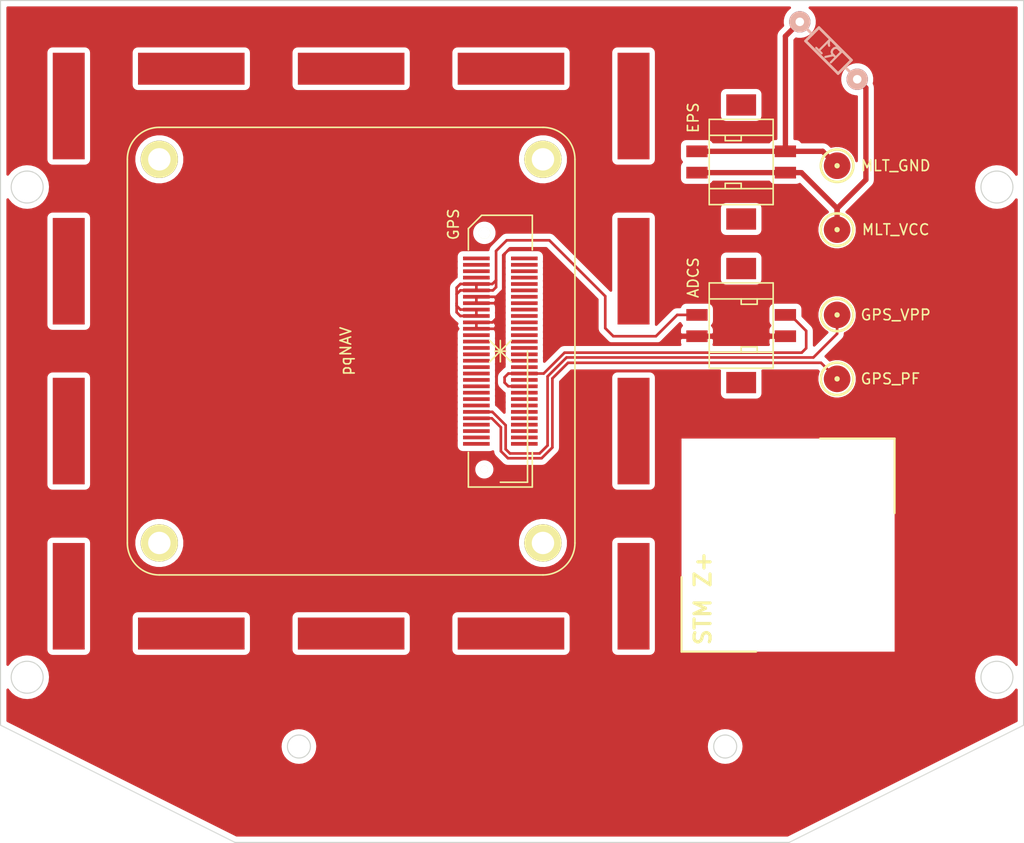
<source format=kicad_pcb>
(kicad_pcb (version 4) (host pcbnew no-vcs-found-product)

  (general
    (links 19)
    (no_connects 0)
    (area 91.449999 67.449999 187.550001 146.550001)
    (thickness 1.6)
    (drawings 17)
    (tracks 100)
    (zones 0)
    (modules 9)
    (nets 8)
  )

  (page A4)
  (layers
    (0 F.Cu signal)
    (31 B.Cu signal)
    (32 B.Adhes user)
    (33 F.Adhes user)
    (34 B.Paste user)
    (35 F.Paste user)
    (36 B.SilkS user)
    (37 F.SilkS user)
    (38 B.Mask user)
    (39 F.Mask user)
    (40 Dwgs.User user)
    (41 Cmts.User user)
    (42 Eco1.User user)
    (43 Eco2.User user)
    (44 Edge.Cuts user)
    (45 Margin user)
    (46 B.CrtYd user)
    (47 F.CrtYd user)
    (48 B.Fab user)
    (49 F.Fab user hide)
  )

  (setup
    (last_trace_width 0.25)
    (trace_clearance 0.2)
    (zone_clearance 0.5)
    (zone_45_only no)
    (trace_min 0.2)
    (segment_width 0.2)
    (edge_width 0.15)
    (via_size 0.6)
    (via_drill 0.4)
    (via_min_size 0.4)
    (via_min_drill 0.3)
    (uvia_size 0.3)
    (uvia_drill 0.1)
    (uvias_allowed no)
    (uvia_min_size 0.2)
    (uvia_min_drill 0.1)
    (pcb_text_width 0.3)
    (pcb_text_size 1.5 1.5)
    (mod_edge_width 0.15)
    (mod_text_size 1 1)
    (mod_text_width 0.15)
    (pad_size 1.524 1.524)
    (pad_drill 0.762)
    (pad_to_mask_clearance 0.2)
    (aux_axis_origin 0 0)
    (visible_elements FFFFEF7F)
    (pcbplotparams
      (layerselection 0x00030_ffffffff)
      (usegerberextensions false)
      (excludeedgelayer true)
      (linewidth 0.100000)
      (plotframeref false)
      (viasonmask false)
      (mode 1)
      (useauxorigin false)
      (hpglpennumber 1)
      (hpglpenspeed 20)
      (hpglpendiameter 15)
      (psnegative false)
      (psa4output false)
      (plotreference true)
      (plotvalue true)
      (plotinvisibletext false)
      (padsonsilk false)
      (subtractmaskfromsilk false)
      (outputformat 1)
      (mirror false)
      (drillshape 1)
      (scaleselection 1)
      (outputdirectory ""))
  )

  (net 0 "")
  (net 1 /GPS_TXD)
  (net 2 /GPS_PF)
  (net 3 /GPS_GND)
  (net 4 /GPS_VDD)
  (net 5 /GPS_VPP)
  (net 6 /MELT_GND)
  (net 7 /MELT_VCC)

  (net_class Default "This is the default net class."
    (clearance 0.2)
    (trace_width 0.25)
    (via_dia 0.6)
    (via_drill 0.4)
    (uvia_dia 0.3)
    (uvia_drill 0.1)
    (add_net /GPS_GND)
    (add_net /GPS_PF)
    (add_net /GPS_TXD)
    (add_net /GPS_VDD)
    (add_net /GPS_VPP)
  )

  (net_class melt ""
    (clearance 0.5)
    (trace_width 0.5)
    (via_dia 0.6)
    (via_drill 0.4)
    (uvia_dia 0.3)
    (uvia_drill 0.1)
    (add_net /MELT_GND)
    (add_net /MELT_VCC)
  )

  (module gps-pqnav:GPS-pqNav (layer F.Cu) (tedit 56FC2E52) (tstamp 56FC2AB8)
    (at 124.4 100.4 270)
    (fp_text reference pqNAV (at 0 0.5 270) (layer F.SilkS)
      (effects (font (size 1 1) (thickness 0.15)))
    )
    (fp_text value GPS-pqNav (at 0 -0.5 270) (layer F.Fab)
      (effects (font (size 1 1) (thickness 0.15)))
    )
    (fp_line (start 12.3 -16.55) (end 12.3 -14) (layer F.SilkS) (width 0.15))
    (fp_line (start 0 -16.55) (end 12.3 -16.55) (layer F.SilkS) (width 0.15))
    (fp_line (start 0 -14) (end 1 -13) (layer F.SilkS) (width 0.15))
    (fp_line (start 0 -14) (end -1 -15) (layer F.SilkS) (width 0.15))
    (fp_line (start 0 -14) (end -1 -13) (layer F.SilkS) (width 0.15))
    (fp_line (start 0 -14) (end 1 -15) (layer F.SilkS) (width 0.15))
    (fp_arc (start -18 -18) (end -21 -18) (angle 90) (layer F.SilkS) (width 0.15))
    (fp_arc (start -18 18) (end -18 21) (angle 90) (layer F.SilkS) (width 0.15))
    (fp_arc (start 18 18) (end 21 18) (angle 90) (layer F.SilkS) (width 0.15))
    (fp_arc (start 18 -18) (end 18 -21) (angle 90) (layer F.SilkS) (width 0.15))
    (fp_line (start 21 18) (end 21 -18) (layer F.SilkS) (width 0.15))
    (fp_line (start -18 21) (end 18 21) (layer F.SilkS) (width 0.15))
    (fp_line (start -21 -18) (end -21 18) (layer F.SilkS) (width 0.15))
    (fp_line (start 18 -21) (end -18 -21) (layer F.SilkS) (width 0.15))
    (pad 1 thru_hole circle (at -18 -18 270) (size 3.5 3.5) (drill 2.1) (layers *.Cu *.Mask F.SilkS))
    (pad 1 thru_hole circle (at 18 -18 270) (size 3.5 3.5) (drill 2.1) (layers *.Cu *.Mask F.SilkS))
    (pad 1 thru_hole circle (at 18 18 270) (size 3.5 3.5) (drill 2.1) (layers *.Cu *.Mask F.SilkS))
    (pad 1 thru_hole circle (at -18 18 270) (size 3.5 3.5) (drill 2.1) (layers *.Cu *.Mask F.SilkS))
    (pad 1 smd rect (at -26.5 0 270) (size 3 10) (layers F.Cu F.Paste F.Mask))
    (pad 1 smd rect (at -26.5 -15 270) (size 3 10) (layers F.Cu F.Paste F.Mask))
    (pad 1 smd rect (at -23 -26.5) (size 3 10) (layers F.Cu F.Paste F.Mask))
    (pad 1 smd rect (at -7.5 -26.5 180) (size 3 10) (layers F.Cu F.Paste F.Mask))
    (pad 1 smd rect (at 7.5 -26.5) (size 3 10) (layers F.Cu F.Paste F.Mask))
    (pad 1 smd rect (at 23 -26.5) (size 3 10) (layers F.Cu F.Paste F.Mask))
    (pad 1 smd rect (at 26.5 0 270) (size 3 10) (layers F.Cu F.Paste F.Mask))
    (pad 1 smd rect (at 26.5 -15 270) (size 3 10) (layers F.Cu F.Paste F.Mask))
    (pad 1 smd rect (at -23 26.5) (size 3 10) (layers F.Cu F.Paste F.Mask))
    (pad 1 smd rect (at -7.5 26.5 180) (size 3 10) (layers F.Cu F.Paste F.Mask))
    (pad 1 smd rect (at 23 26.5) (size 3 10) (layers F.Cu F.Paste F.Mask))
    (pad 1 smd rect (at 7.5 26.5) (size 3 10) (layers F.Cu F.Paste F.Mask))
    (pad 1 smd rect (at -26.5 15 270) (size 3 10) (layers F.Cu F.Paste F.Mask))
    (pad 1 smd rect (at 26.5 15 270) (size 3 10) (layers F.Cu F.Paste F.Mask))
  )

  (module hrs-fx8c:hrs-fx8c-60p-sv (layer F.Cu) (tedit 56FC2E4B) (tstamp 56FC4930)
    (at 138.4 100.4 270)
    (path /56FC0F0B)
    (fp_text reference GPS (at -11.9 4.4 270) (layer F.SilkS)
      (effects (font (size 1 1) (thickness 0.15)))
    )
    (fp_text value PQ60 (at 0 4.75 270) (layer F.Fab)
      (effects (font (size 1 1) (thickness 0.15)))
    )
    (fp_line (start 0 0) (end 0 0.5) (layer F.SilkS) (width 0.15))
    (fp_line (start 0 0) (end 0 -0.5) (layer F.SilkS) (width 0.15))
    (fp_line (start 0 0) (end -1 0) (layer F.SilkS) (width 0.15))
    (fp_line (start 0 0) (end 1 0) (layer F.SilkS) (width 0.15))
    (fp_line (start -12.75 -3) (end -12.75 1.75) (layer F.SilkS) (width 0.15))
    (fp_line (start -11.5 3) (end -12.75 1.75) (layer F.SilkS) (width 0.15))
    (fp_line (start -11.5 3) (end -9.5 3) (layer F.SilkS) (width 0.15))
    (fp_line (start -9.5 -3) (end -12.75 -3) (layer F.SilkS) (width 0.15))
    (fp_line (start 12.75 3) (end 9.5 3) (layer F.SilkS) (width 0.15))
    (fp_line (start 12.75 -3) (end 12.75 3) (layer F.SilkS) (width 0.15))
    (fp_line (start 9.5 -3) (end 12.75 -3) (layer F.SilkS) (width 0.15))
    (pad 45 smd rect (at 0.3 -2.25 270) (size 0.35 2.5) (layers F.Cu F.Paste F.Mask))
    (pad 44 smd rect (at 0.9 -2.25 270) (size 0.35 2.5) (layers F.Cu F.Paste F.Mask))
    (pad 43 smd rect (at 1.5 -2.25 270) (size 0.35 2.5) (layers F.Cu F.Paste F.Mask))
    (pad 42 smd rect (at 2.1 -2.25 270) (size 0.35 2.5) (layers F.Cu F.Paste F.Mask)
      (net 1 /GPS_TXD))
    (pad 41 smd rect (at 2.7 -2.25 270) (size 0.35 2.5) (layers F.Cu F.Paste F.Mask))
    (pad 40 smd rect (at 3.3 -2.25 270) (size 0.35 2.5) (layers F.Cu F.Paste F.Mask)
      (net 1 /GPS_TXD))
    (pad 39 smd rect (at 3.9 -2.25 270) (size 0.35 2.5) (layers F.Cu F.Paste F.Mask))
    (pad 38 smd rect (at 4.5 -2.25 270) (size 0.35 2.5) (layers F.Cu F.Paste F.Mask))
    (pad 37 smd rect (at 5.1 -2.25 270) (size 0.35 2.5) (layers F.Cu F.Paste F.Mask))
    (pad 36 smd rect (at 5.7 -2.25 270) (size 0.35 2.5) (layers F.Cu F.Paste F.Mask))
    (pad 35 smd rect (at 6.3 -2.25 270) (size 0.35 2.5) (layers F.Cu F.Paste F.Mask))
    (pad 34 smd rect (at 6.9 -2.25 270) (size 0.35 2.5) (layers F.Cu F.Paste F.Mask))
    (pad 33 smd rect (at 7.5 -2.25 270) (size 0.35 2.5) (layers F.Cu F.Paste F.Mask))
    (pad 32 smd rect (at 8.1 -2.25 270) (size 0.35 2.5) (layers F.Cu F.Paste F.Mask))
    (pad 31 smd rect (at 8.7 -2.25 270) (size 0.35 2.5) (layers F.Cu F.Paste F.Mask))
    (pad 46 smd rect (at -0.3 -2.25 270) (size 0.35 2.5) (layers F.Cu F.Paste F.Mask))
    (pad 47 smd rect (at -0.9 -2.25 270) (size 0.35 2.5) (layers F.Cu F.Paste F.Mask))
    (pad 48 smd rect (at -1.5 -2.25 270) (size 0.35 2.5) (layers F.Cu F.Paste F.Mask))
    (pad 49 smd rect (at -2.1 -2.25 270) (size 0.35 2.5) (layers F.Cu F.Paste F.Mask))
    (pad 50 smd rect (at -2.7 -2.25 270) (size 0.35 2.5) (layers F.Cu F.Paste F.Mask))
    (pad 51 smd rect (at -3.3 -2.25 270) (size 0.35 2.5) (layers F.Cu F.Paste F.Mask))
    (pad 52 smd rect (at -3.9 -2.25 270) (size 0.35 2.5) (layers F.Cu F.Paste F.Mask))
    (pad 53 smd rect (at -4.5 -2.25 270) (size 0.35 2.5) (layers F.Cu F.Paste F.Mask))
    (pad 54 smd rect (at -5.1 -2.25 270) (size 0.35 2.5) (layers F.Cu F.Paste F.Mask))
    (pad 55 smd rect (at -5.7 -2.25 270) (size 0.35 2.5) (layers F.Cu F.Paste F.Mask))
    (pad 56 smd rect (at -6.3 -2.25 270) (size 0.35 2.5) (layers F.Cu F.Paste F.Mask))
    (pad 57 smd rect (at -6.9 -2.25 270) (size 0.35 2.5) (layers F.Cu F.Paste F.Mask))
    (pad 58 smd rect (at -7.5 -2.25 270) (size 0.35 2.5) (layers F.Cu F.Paste F.Mask))
    (pad 59 smd rect (at -8.1 -2.25 270) (size 0.35 2.5) (layers F.Cu F.Paste F.Mask))
    (pad 60 smd rect (at -8.7 -2.25 270) (size 0.35 2.5) (layers F.Cu F.Paste F.Mask))
    (pad 16 smd rect (at 0.3 2.25 270) (size 0.35 2.5) (layers F.Cu F.Paste F.Mask))
    (pad 17 smd rect (at 0.9 2.25 270) (size 0.35 2.5) (layers F.Cu F.Paste F.Mask))
    (pad 18 smd rect (at 1.5 2.25 270) (size 0.35 2.5) (layers F.Cu F.Paste F.Mask))
    (pad 19 smd rect (at 2.1 2.25 270) (size 0.35 2.5) (layers F.Cu F.Paste F.Mask))
    (pad 20 smd rect (at 2.7 2.25 270) (size 0.35 2.5) (layers F.Cu F.Paste F.Mask))
    (pad 21 smd rect (at 3.3 2.25 270) (size 0.35 2.5) (layers F.Cu F.Paste F.Mask))
    (pad 22 smd rect (at 3.9 2.25 270) (size 0.35 2.5) (layers F.Cu F.Paste F.Mask))
    (pad 23 smd rect (at 4.5 2.25 270) (size 0.35 2.5) (layers F.Cu F.Paste F.Mask))
    (pad 24 smd rect (at 5.1 2.25 270) (size 0.35 2.5) (layers F.Cu F.Paste F.Mask))
    (pad 25 smd rect (at 5.7 2.25 270) (size 0.35 2.5) (layers F.Cu F.Paste F.Mask)
      (net 5 /GPS_VPP))
    (pad 26 smd rect (at 6.3 2.25 270) (size 0.35 2.5) (layers F.Cu F.Paste F.Mask)
      (net 2 /GPS_PF))
    (pad 27 smd rect (at 6.9 2.25 270) (size 0.35 2.5) (layers F.Cu F.Paste F.Mask))
    (pad 29 smd rect (at 8.1 2.25 270) (size 0.35 2.5) (layers F.Cu F.Paste F.Mask))
    (pad 30 smd rect (at 8.7 2.25 270) (size 0.35 2.5) (layers F.Cu F.Paste F.Mask))
    (pad 28 smd rect (at 7.5 2.25 270) (size 0.35 2.5) (layers F.Cu F.Paste F.Mask))
    (pad 15 smd rect (at -0.3 2.25 270) (size 0.35 2.5) (layers F.Cu F.Paste F.Mask))
    (pad 14 smd rect (at -0.9 2.25 270) (size 0.35 2.5) (layers F.Cu F.Paste F.Mask))
    (pad 11 smd rect (at -2.7 2.25 270) (size 0.35 2.5) (layers F.Cu F.Paste F.Mask)
      (net 3 /GPS_GND))
    (pad 13 smd rect (at -1.5 2.25 270) (size 0.35 2.5) (layers F.Cu F.Paste F.Mask))
    (pad 12 smd rect (at -2.1 2.25 270) (size 0.35 2.5) (layers F.Cu F.Paste F.Mask)
      (net 3 /GPS_GND))
    (pad 10 smd rect (at -3.3 2.25 270) (size 0.35 2.5) (layers F.Cu F.Paste F.Mask)
      (net 4 /GPS_VDD))
    (pad 6 smd rect (at -5.7 2.25 270) (size 0.35 2.5) (layers F.Cu F.Paste F.Mask)
      (net 4 /GPS_VDD))
    (pad 8 smd rect (at -4.5 2.25 270) (size 0.35 2.5) (layers F.Cu F.Paste F.Mask)
      (net 3 /GPS_GND))
    (pad 9 smd rect (at -3.9 2.25 270) (size 0.35 2.5) (layers F.Cu F.Paste F.Mask)
      (net 4 /GPS_VDD))
    (pad 7 smd rect (at -5.1 2.25 270) (size 0.35 2.5) (layers F.Cu F.Paste F.Mask)
      (net 3 /GPS_GND))
    (pad 2 smd rect (at -8.1 2.25 270) (size 0.35 2.5) (layers F.Cu F.Paste F.Mask))
    (pad 4 smd rect (at -6.9 2.25 270) (size 0.35 2.5) (layers F.Cu F.Paste F.Mask))
    (pad 3 smd rect (at -7.5 2.25 270) (size 0.35 2.5) (layers F.Cu F.Paste F.Mask))
    (pad 1 smd rect (at -8.7 2.25 270) (size 0.35 2.5) (layers F.Cu F.Paste F.Mask))
    (pad 5 smd rect (at -6.3 2.25 270) (size 0.35 2.5) (layers F.Cu F.Paste F.Mask)
      (net 4 /GPS_VDD))
    (pad "" np_thru_hole circle (at 11.1 1.5 270) (size 0.7 0.7) (drill 0.7) (layers *.Cu *.Mask F.SilkS))
    (pad "" np_thru_hole circle (at -11.1 1.5 270) (size 1.1 1.1) (drill 1.1) (layers *.Cu *.Mask F.SilkS))
    (model ../../../../../home/liknus/git/lsf-kicad-libs/hrs-fx8c.3dshapes/fx8c-60p-sv.wrl
      (at (xyz -0.484 0 -0.155))
      (scale (xyz 0.3937 0.3937 0.3937))
      (rotate (xyz -90 0 0))
    )
  )

  (module hrs-df11:hrs-df11c-4dp-2v (layer F.Cu) (tedit 56FC2DE2) (tstamp 56FC4946)
    (at 161 98 270)
    (path /56FC103F)
    (fp_text reference ADCS (at -4.5 4.5 270) (layer F.SilkS)
      (effects (font (size 1 1) (thickness 0.15)))
    )
    (fp_text value CONN_02X02 (at 0 6 270) (layer F.Fab)
      (effects (font (size 1 1) (thickness 0.15)))
    )
    (fp_line (start 4 -3) (end -4 -3) (layer F.SilkS) (width 0.15))
    (fp_line (start -4 -3) (end -4 3) (layer F.SilkS) (width 0.15))
    (fp_line (start -4 3) (end 4 3) (layer F.SilkS) (width 0.15))
    (fp_line (start 4 3) (end 4 -3) (layer F.SilkS) (width 0.15))
    (fp_line (start 2.5 -1.5) (end 2 -1.5) (layer F.SilkS) (width 0.15))
    (fp_line (start 2 -1.5) (end 2 0) (layer F.SilkS) (width 0.15))
    (fp_line (start 2 0) (end 2.5 0) (layer F.SilkS) (width 0.15))
    (fp_line (start -2.5 -1.5) (end -2 -1.5) (layer F.SilkS) (width 0.15))
    (fp_line (start -2 -1.5) (end -2 0) (layer F.SilkS) (width 0.15))
    (fp_line (start -2 0) (end -2.5 0) (layer F.SilkS) (width 0.15))
    (fp_line (start -2.5 -3) (end -2.5 3) (layer F.SilkS) (width 0.15))
    (fp_line (start 2.5 -3) (end 2.5 3) (layer F.SilkS) (width 0.15))
    (pad 2 smd rect (at 1 -4.15 270) (size 1.1 2) (layers F.Cu F.Paste F.Mask)
      (net 3 /GPS_GND))
    (pad 4 smd rect (at -1 -4.15 270) (size 1.1 2) (layers F.Cu F.Paste F.Mask)
      (net 1 /GPS_TXD))
    (pad 1 smd rect (at 1 4.15 270) (size 1.1 2) (layers F.Cu F.Paste F.Mask)
      (net 3 /GPS_GND))
    (pad 3 smd rect (at -1 4.15 270) (size 1.1 2) (layers F.Cu F.Paste F.Mask)
      (net 4 /GPS_VDD))
    (pad "" smd rect (at 5.35 0 270) (size 2 2.8) (layers F.Cu F.Paste F.Mask))
    (pad "" smd rect (at -5.35 0 270) (size 2 2.8) (layers F.Cu F.Paste F.Mask))
    (model ../../../../../home/liknus/git/hrs-df11-library/hrs-df11.3dshapes/hrs-df11c-4dp-2v.wrl
      (at (xyz 0 0 0))
      (scale (xyz 0.3937 0.3937 0.3937))
      (rotate (xyz 0 0 0))
    )
  )

  (module hrs-df11:hrs-df11c-4dp-2v (layer F.Cu) (tedit 56FC2DEC) (tstamp 56FC495C)
    (at 161 82.65 90)
    (path /56FC10B4)
    (fp_text reference EPS (at 4.15 -4.5 90) (layer F.SilkS)
      (effects (font (size 1 1) (thickness 0.15)))
    )
    (fp_text value CONN_02X02 (at 0 6 90) (layer F.Fab)
      (effects (font (size 1 1) (thickness 0.15)))
    )
    (fp_line (start 4 -3) (end -4 -3) (layer F.SilkS) (width 0.15))
    (fp_line (start -4 -3) (end -4 3) (layer F.SilkS) (width 0.15))
    (fp_line (start -4 3) (end 4 3) (layer F.SilkS) (width 0.15))
    (fp_line (start 4 3) (end 4 -3) (layer F.SilkS) (width 0.15))
    (fp_line (start 2.5 -1.5) (end 2 -1.5) (layer F.SilkS) (width 0.15))
    (fp_line (start 2 -1.5) (end 2 0) (layer F.SilkS) (width 0.15))
    (fp_line (start 2 0) (end 2.5 0) (layer F.SilkS) (width 0.15))
    (fp_line (start -2.5 -1.5) (end -2 -1.5) (layer F.SilkS) (width 0.15))
    (fp_line (start -2 -1.5) (end -2 0) (layer F.SilkS) (width 0.15))
    (fp_line (start -2 0) (end -2.5 0) (layer F.SilkS) (width 0.15))
    (fp_line (start -2.5 -3) (end -2.5 3) (layer F.SilkS) (width 0.15))
    (fp_line (start 2.5 -3) (end 2.5 3) (layer F.SilkS) (width 0.15))
    (pad 2 smd rect (at 1 -4.15 90) (size 1.1 2) (layers F.Cu F.Paste F.Mask)
      (net 6 /MELT_GND))
    (pad 4 smd rect (at -1 -4.15 90) (size 1.1 2) (layers F.Cu F.Paste F.Mask)
      (net 7 /MELT_VCC))
    (pad 1 smd rect (at 1 4.15 90) (size 1.1 2) (layers F.Cu F.Paste F.Mask)
      (net 6 /MELT_GND))
    (pad 3 smd rect (at -1 4.15 90) (size 1.1 2) (layers F.Cu F.Paste F.Mask)
      (net 7 /MELT_VCC))
    (pad "" smd rect (at 5.35 0 90) (size 2 2.8) (layers F.Cu F.Paste F.Mask))
    (pad "" smd rect (at -5.35 0 90) (size 2 2.8) (layers F.Cu F.Paste F.Mask))
    (model ../../../../../home/liknus/git/hrs-df11-library/hrs-df11.3dshapes/hrs-df11c-4dp-2v.wrl
      (at (xyz 0 0 0))
      (scale (xyz 0.3937 0.3937 0.3937))
      (rotate (xyz 0 0 0))
    )
  )

  (module w_pth_resistors:RC03 (layer B.Cu) (tedit 0) (tstamp 56FC4968)
    (at 169.194077 72.194077 135)
    (descr "Resistor, RC03")
    (tags R)
    (path /56FC1B1F)
    (autoplace_cost180 10)
    (fp_text reference R1 (at 0 0 135) (layer B.SilkS)
      (effects (font (size 1.397 1.27) (thickness 0.2032)) (justify mirror))
    )
    (fp_text value R (at 0 -2.032 135) (layer B.SilkS) hide
      (effects (font (size 1.397 1.27) (thickness 0.2032)) (justify mirror))
    )
    (fp_line (start 2.159 0) (end 3.81 0) (layer B.SilkS) (width 0.254))
    (fp_line (start -2.159 0) (end -3.81 0) (layer B.SilkS) (width 0.254))
    (fp_line (start -2.159 0.889) (end -2.159 -0.889) (layer B.SilkS) (width 0.254))
    (fp_line (start -2.159 -0.889) (end 2.159 -0.889) (layer B.SilkS) (width 0.254))
    (fp_line (start 2.159 -0.889) (end 2.159 0.889) (layer B.SilkS) (width 0.254))
    (fp_line (start 2.159 0.889) (end -2.159 0.889) (layer B.SilkS) (width 0.254))
    (pad 1 thru_hole circle (at -3.81 0 135) (size 1.99898 1.99898) (drill 0.8001) (layers *.Cu *.Mask B.SilkS)
      (net 7 /MELT_VCC))
    (pad 2 thru_hole circle (at 3.81 0 135) (size 1.99898 1.99898) (drill 0.8001) (layers *.Cu *.Mask B.SilkS)
      (net 6 /MELT_GND))
    (model walter/pth_resistors/rc03.wrl
      (at (xyz 0 0 0))
      (scale (xyz 1 1 1))
      (rotate (xyz 0 0 0))
    )
  )

  (module w_details:testpoint_2mm5 (layer F.Cu) (tedit 56FC2E0A) (tstamp 56FC496F)
    (at 170 97)
    (descr "TestPoint 2.5mm")
    (path /56FC0F87)
    (fp_text reference GPS_VPP (at 5.5 0) (layer F.SilkS)
      (effects (font (size 1 1) (thickness 0.15)))
    )
    (fp_text value TEST_1P (at 4.826 0) (layer F.SilkS) hide
      (effects (font (thickness 0.3048)))
    )
    (fp_circle (center 0 0) (end 0.127 0) (layer F.SilkS) (width 0.254))
    (fp_circle (center 0 0) (end 1.524 0) (layer F.SilkS) (width 0.254))
    (pad 1 smd circle (at 0 0) (size 2.5019 2.5019) (layers F.Cu F.Paste F.Mask)
      (net 5 /GPS_VPP))
    (model walter/details/testpoint.wrl
      (at (xyz 0 0 0))
      (scale (xyz 1 1 1))
      (rotate (xyz 0 0 0))
    )
  )

  (module w_details:testpoint_2mm5 (layer F.Cu) (tedit 56FC2DFD) (tstamp 56FC4976)
    (at 170 103)
    (descr "TestPoint 2.5mm")
    (path /56FC155E)
    (fp_text reference GPS_PF (at 5 0) (layer F.SilkS)
      (effects (font (size 1 1) (thickness 0.15)))
    )
    (fp_text value TEST_1P (at 4.826 0) (layer F.SilkS) hide
      (effects (font (size 1 1) (thickness 0.15)))
    )
    (fp_circle (center 0 0) (end 0.127 0) (layer F.SilkS) (width 0.254))
    (fp_circle (center 0 0) (end 1.524 0) (layer F.SilkS) (width 0.254))
    (pad 1 smd circle (at 0 0) (size 2.5019 2.5019) (layers F.Cu F.Paste F.Mask)
      (net 2 /GPS_PF))
    (model walter/details/testpoint.wrl
      (at (xyz 0 0 0))
      (scale (xyz 1 1 1))
      (rotate (xyz 0 0 0))
    )
  )

  (module w_details:testpoint_2mm5 (layer F.Cu) (tedit 56FC2E29) (tstamp 56FC497D)
    (at 170 83)
    (descr "TestPoint 2.5mm")
    (path /56FC1E5F)
    (fp_text reference MLT_GND (at 5.5 0) (layer F.SilkS)
      (effects (font (size 1 1) (thickness 0.15)))
    )
    (fp_text value TEST_1P (at 4.826 0) (layer F.SilkS) hide
      (effects (font (thickness 0.3048)))
    )
    (fp_circle (center 0 0) (end 0.127 0) (layer F.SilkS) (width 0.254))
    (fp_circle (center 0 0) (end 1.524 0) (layer F.SilkS) (width 0.254))
    (pad 1 smd circle (at 0 0) (size 2.5019 2.5019) (layers F.Cu F.Paste F.Mask)
      (net 6 /MELT_GND))
    (model walter/details/testpoint.wrl
      (at (xyz 0 0 0))
      (scale (xyz 1 1 1))
      (rotate (xyz 0 0 0))
    )
  )

  (module w_details:testpoint_2mm5 (layer F.Cu) (tedit 56FC2E38) (tstamp 56FC4984)
    (at 170 89)
    (descr "TestPoint 2.5mm")
    (path /56FC1DF7)
    (fp_text reference MLT_VCC (at 5.5 0) (layer F.SilkS)
      (effects (font (size 1 1) (thickness 0.15)))
    )
    (fp_text value TEST_1P (at 4.826 0) (layer F.SilkS) hide
      (effects (font (thickness 0.3048)))
    )
    (fp_circle (center 0 0) (end 0.127 0) (layer F.SilkS) (width 0.254))
    (fp_circle (center 0 0) (end 1.524 0) (layer F.SilkS) (width 0.254))
    (pad 1 smd circle (at 0 0) (size 2.5019 2.5019) (layers F.Cu F.Paste F.Mask)
      (net 7 /MELT_VCC))
    (model walter/details/testpoint.wrl
      (at (xyz 0 0 0))
      (scale (xyz 1 1 1))
      (rotate (xyz 0 0 0))
    )
  )

  (gr_circle (center 119.5 137.5) (end 120.58 137.5) (layer Edge.Cuts) (width 0.1))
  (gr_circle (center 94 85) (end 95.5 85) (layer Edge.Cuts) (width 0.1))
  (gr_line (start 187.5 67.5) (end 187.5 135.5) (layer Edge.Cuts) (width 0.1))
  (gr_circle (center 185 131) (end 186.5 131) (layer Edge.Cuts) (width 0.1))
  (gr_line (start 91.5 67.5) (end 187.5 67.5) (layer Edge.Cuts) (width 0.1))
  (gr_circle (center 94 131) (end 95.5 131) (layer Edge.Cuts) (width 0.1))
  (gr_line (start 187.5 135.5) (end 165.5 146.5) (layer Edge.Cuts) (width 0.1))
  (gr_line (start 91.5 135.5) (end 91.5 67.5) (layer Edge.Cuts) (width 0.1))
  (gr_line (start 113.5 146.5) (end 165.5 146.5) (layer Edge.Cuts) (width 0.1))
  (gr_line (start 91.5 135.5) (end 113.5 146.5) (layer Edge.Cuts) (width 0.1))
  (gr_circle (center 159.5 137.5) (end 160.58 137.5) (layer Edge.Cuts) (width 0.1))
  (gr_circle (center 185 85) (end 186.5 85) (layer Edge.Cuts) (width 0.1))
  (gr_line (start 175.4 108.6) (end 175.4 115.6) (layer F.SilkS) (width 0.2))
  (gr_line (start 168.4 108.6) (end 175.4 108.6) (layer F.SilkS) (width 0.2))
  (gr_line (start 155.4 128.6) (end 162.4 128.6) (layer F.SilkS) (width 0.2))
  (gr_line (start 155.4 121.6) (end 155.4 128.6) (layer F.SilkS) (width 0.2))
  (gr_text "STM Z+\n" (at 157.4 123.6 90) (layer F.SilkS)
    (effects (font (size 1.5 1.5) (thickness 0.3)))
  )

  (segment (start 144.426317 100.543549) (end 166.679331 100.543549) (width 0.25) (layer F.Cu) (net 1))
  (segment (start 142.469866 102.5) (end 144.426317 100.543549) (width 0.25) (layer F.Cu) (net 1))
  (segment (start 140.65 102.5) (end 142.469866 102.5) (width 0.25) (layer F.Cu) (net 1))
  (segment (start 166.679331 100.543549) (end 167.1 100.12288) (width 0.25) (layer F.Cu) (net 1))
  (segment (start 167.1 100.12288) (end 167.1 98.5) (width 0.25) (layer F.Cu) (net 1))
  (segment (start 167.1 98.5) (end 165.6 97) (width 0.25) (layer F.Cu) (net 1))
  (segment (start 165.6 97) (end 165.15 97) (width 0.25) (layer F.Cu) (net 1))
  (segment (start 140.65 103.7) (end 139.15 103.7) (width 0.25) (layer F.Cu) (net 1))
  (segment (start 138.8 103.35) (end 138.8 102.85) (width 0.25) (layer F.Cu) (net 1))
  (segment (start 139.15 103.7) (end 138.8 103.35) (width 0.25) (layer F.Cu) (net 1))
  (segment (start 138.8 102.85) (end 139.15 102.5) (width 0.25) (layer F.Cu) (net 1))
  (segment (start 139.15 102.5) (end 140.65 102.5) (width 0.25) (layer F.Cu) (net 1))
  (segment (start 136.15 106.7) (end 137.6 106.7) (width 0.25) (layer F.Cu) (net 2))
  (segment (start 137.6 106.7) (end 138.449989 107.549989) (width 0.25) (layer F.Cu) (net 2))
  (segment (start 138.449989 107.549989) (end 138.44999 109.786401) (width 0.25) (layer F.Cu) (net 2))
  (segment (start 138.44999 109.786401) (end 139.113599 110.450011) (width 0.25) (layer F.Cu) (net 2))
  (segment (start 139.113599 110.450011) (end 142.271336 110.450011) (width 0.25) (layer F.Cu) (net 2))
  (segment (start 142.271336 110.450011) (end 143.283283 109.438064) (width 0.25) (layer F.Cu) (net 2))
  (segment (start 143.283283 109.438064) (end 143.283283 102.959405) (width 0.25) (layer F.Cu) (net 2))
  (segment (start 143.283283 102.959405) (end 144.74999 101.492698) (width 0.25) (layer F.Cu) (net 2))
  (segment (start 168.492698 101.492698) (end 170 103) (width 0.25) (layer F.Cu) (net 2))
  (segment (start 144.74999 101.492698) (end 168.492698 101.492698) (width 0.25) (layer F.Cu) (net 2))
  (segment (start 156.85 99) (end 154.347501 99) (width 0.25) (layer F.Cu) (net 3))
  (segment (start 154.347501 99) (end 153.661818 99.685683) (width 0.25) (layer F.Cu) (net 3))
  (segment (start 138.671407 91.394428) (end 138.671407 94.653885) (width 0.25) (layer F.Cu) (net 3))
  (segment (start 153.661818 99.685683) (end 148.551815 99.685683) (width 0.25) (layer F.Cu) (net 3))
  (segment (start 148.551815 99.685683) (end 147.109404 98.243272) (width 0.25) (layer F.Cu) (net 3))
  (segment (start 147.109404 98.243272) (end 147.109404 95.173087) (width 0.25) (layer F.Cu) (net 3))
  (segment (start 147.109404 95.173087) (end 142.714564 90.778247) (width 0.25) (layer F.Cu) (net 3))
  (segment (start 142.714564 90.778247) (end 139.287588 90.778247) (width 0.25) (layer F.Cu) (net 3))
  (segment (start 139.287588 90.778247) (end 138.671407 91.394428) (width 0.25) (layer F.Cu) (net 3))
  (segment (start 138.671407 94.653885) (end 138.450009 94.875283) (width 0.25) (layer F.Cu) (net 3))
  (segment (start 138.450009 95.349991) (end 138.450009 94.875283) (width 0.25) (layer F.Cu) (net 3))
  (segment (start 138.450009 94.875283) (end 138.025292 95.3) (width 0.25) (layer F.Cu) (net 3))
  (segment (start 138.025292 95.3) (end 137.65 95.3) (width 0.25) (layer F.Cu) (net 3))
  (segment (start 137.65 95.3) (end 136.15 95.3) (width 0.25) (layer F.Cu) (net 3))
  (segment (start 156.85 99) (end 165.15 99) (width 0.25) (layer F.Cu) (net 3))
  (segment (start 138.450009 97.749991) (end 137.9 98.3) (width 0.25) (layer F.Cu) (net 3))
  (segment (start 137.9 98.3) (end 136.15 98.3) (width 0.25) (layer F.Cu) (net 3))
  (segment (start 138.450009 96.899991) (end 138.450009 97.749991) (width 0.25) (layer F.Cu) (net 3))
  (segment (start 138.450009 95.349991) (end 138.450009 96.899991) (width 0.25) (layer F.Cu) (net 3))
  (segment (start 137.65 97.7) (end 136.15 97.7) (width 0.25) (layer F.Cu) (net 3))
  (segment (start 138.450009 96.899991) (end 137.65 97.7) (width 0.25) (layer F.Cu) (net 3))
  (segment (start 138.450009 95.349991) (end 137.9 95.9) (width 0.25) (layer F.Cu) (net 3))
  (segment (start 137.9 95.9) (end 136.15 95.9) (width 0.25) (layer F.Cu) (net 3))
  (segment (start 136.15 97.7) (end 136.15 98.3) (width 0.25) (layer F.Cu) (net 3))
  (segment (start 136.15 95.9) (end 136.15 95.3) (width 0.25) (layer F.Cu) (net 3))
  (segment (start 156.85 97) (end 155 97) (width 0.25) (layer F.Cu) (net 4))
  (segment (start 155 97) (end 153 99) (width 0.25) (layer F.Cu) (net 4))
  (segment (start 153 99) (end 149 99) (width 0.25) (layer F.Cu) (net 4))
  (segment (start 149 99) (end 148.245093 98.245093) (width 0.25) (layer F.Cu) (net 4))
  (segment (start 148.245093 98.245093) (end 148.245093 95.245093) (width 0.25) (layer F.Cu) (net 4))
  (segment (start 138 91) (end 138 93.75) (width 0.25) (layer F.Cu) (net 4))
  (segment (start 148.245093 95.245093) (end 143 90) (width 0.25) (layer F.Cu) (net 4))
  (segment (start 143 90) (end 139 90) (width 0.25) (layer F.Cu) (net 4))
  (segment (start 139 90) (end 138 91) (width 0.25) (layer F.Cu) (net 4))
  (segment (start 134.3 95.05) (end 134.3 94.45) (width 0.25) (layer F.Cu) (net 4))
  (segment (start 134.3 94.45) (end 134.65 94.1) (width 0.25) (layer F.Cu) (net 4))
  (segment (start 134.65 94.1) (end 136.15 94.1) (width 0.25) (layer F.Cu) (net 4))
  (segment (start 134.3 96.15) (end 134.3 95.9) (width 0.25) (layer F.Cu) (net 4))
  (segment (start 134.3 95.9) (end 134.3 95.05) (width 0.25) (layer F.Cu) (net 4))
  (segment (start 136.15 97.1) (end 134.65 97.1) (width 0.25) (layer F.Cu) (net 4))
  (segment (start 134.65 97.1) (end 134.3 96.75) (width 0.25) (layer F.Cu) (net 4))
  (segment (start 134.3 96.75) (end 134.3 95.9) (width 0.25) (layer F.Cu) (net 4))
  (segment (start 134.3 95.05) (end 134.65 94.7) (width 0.25) (layer F.Cu) (net 4))
  (segment (start 134.65 94.7) (end 136.15 94.7) (width 0.25) (layer F.Cu) (net 4))
  (segment (start 136.15 96.5) (end 134.65 96.5) (width 0.25) (layer F.Cu) (net 4))
  (segment (start 134.65 96.5) (end 134.3 96.15) (width 0.25) (layer F.Cu) (net 4))
  (segment (start 138 94.4) (end 137.7 94.7) (width 0.25) (layer F.Cu) (net 4))
  (segment (start 137.7 94.7) (end 136.15 94.7) (width 0.25) (layer F.Cu) (net 4))
  (segment (start 138 93.75) (end 138 94.4) (width 0.25) (layer F.Cu) (net 4))
  (segment (start 138 93.75) (end 137.65 94.1) (width 0.25) (layer F.Cu) (net 4))
  (segment (start 137.65 94.1) (end 136.15 94.1) (width 0.25) (layer F.Cu) (net 4))
  (segment (start 136.15 96.5) (end 136.15 97.1) (width 0.25) (layer F.Cu) (net 4))
  (segment (start 136.15 94.1) (end 136.15 94.7) (width 0.25) (layer F.Cu) (net 4))
  (segment (start 167.77555 100.99356) (end 170 98.76911) (width 0.25) (layer F.Cu) (net 5))
  (segment (start 142.833272 102.773005) (end 144.612717 100.99356) (width 0.25) (layer F.Cu) (net 5))
  (segment (start 142.833272 109.251664) (end 142.833272 102.773005) (width 0.25) (layer F.Cu) (net 5))
  (segment (start 138.9 109.6) (end 139.299999 110) (width 0.25) (layer F.Cu) (net 5))
  (segment (start 137.65 106.1) (end 138.9 107.35) (width 0.25) (layer F.Cu) (net 5))
  (segment (start 136.15 106.1) (end 137.65 106.1) (width 0.25) (layer F.Cu) (net 5))
  (segment (start 144.612717 100.99356) (end 167.77555 100.99356) (width 0.25) (layer F.Cu) (net 5))
  (segment (start 142.084936 110) (end 142.833272 109.251664) (width 0.25) (layer F.Cu) (net 5))
  (segment (start 138.9 107.35) (end 138.9 109.6) (width 0.25) (layer F.Cu) (net 5))
  (segment (start 170 98.76911) (end 170 97) (width 0.25) (layer F.Cu) (net 5))
  (segment (start 139.299999 110) (end 142.084936 110) (width 0.25) (layer F.Cu) (net 5))
  (segment (start 165.15 81.65) (end 165.15 70.85) (width 0.5) (layer F.Cu) (net 6))
  (segment (start 165.15 70.85) (end 166.5 69.5) (width 0.5) (layer F.Cu) (net 6))
  (segment (start 165.15 81.65) (end 168.65 81.65) (width 0.5) (layer F.Cu) (net 6))
  (segment (start 168.65 81.65) (end 170 83) (width 0.5) (layer F.Cu) (net 6))
  (segment (start 165.15 81.65) (end 156.85 81.65) (width 0.5) (layer F.Cu) (net 6))
  (segment (start 170 87.23089) (end 170 87.012669) (width 0.5) (layer F.Cu) (net 7))
  (segment (start 170 87.012669) (end 172.702873 84.309796) (width 0.5) (layer F.Cu) (net 7))
  (segment (start 172.702873 84.309796) (end 172.702873 75.702873) (width 0.5) (layer F.Cu) (net 7))
  (segment (start 172.702873 75.702873) (end 171.888154 74.888154) (width 0.5) (layer F.Cu) (net 7))
  (segment (start 170 87.23089) (end 170 87) (width 0.5) (layer F.Cu) (net 7))
  (segment (start 170 87) (end 166.65 83.65) (width 0.5) (layer F.Cu) (net 7))
  (segment (start 170 87.23089) (end 170 89) (width 0.5) (layer F.Cu) (net 7))
  (segment (start 165.15 83.65) (end 156.85 83.65) (width 0.5) (layer F.Cu) (net 7))
  (segment (start 166.65 83.65) (end 165.15 83.65) (width 0.5) (layer F.Cu) (net 7))

  (zone (net 3) (net_name /GPS_GND) (layer F.Cu) (tstamp 0) (hatch edge 0.508)
    (connect_pads (clearance 0.5))
    (min_thickness 0.254)
    (fill yes (arc_segments 32) (thermal_gap 0.5) (thermal_bridge_width 0.5))
    (polygon
      (pts
        (xy 91.5 67.5) (xy 187.5 67.5) (xy 187.5 135.5) (xy 165.5 146.5) (xy 113.5 146.5)
        (xy 91.5 135.5)
      )
    )
    (filled_polygon
      (pts
        (xy 165.475904 68.226281) (xy 165.248008 68.449454) (xy 165.067799 68.712641) (xy 164.942143 69.005819) (xy 164.875825 69.31782)
        (xy 164.871372 69.63676) (xy 164.910389 69.849346) (xy 164.529867 70.229867) (xy 164.478446 70.292467) (xy 164.426375 70.354524)
        (xy 164.424153 70.358565) (xy 164.421226 70.362129) (xy 164.382936 70.433539) (xy 164.343918 70.504513) (xy 164.342524 70.508907)
        (xy 164.340344 70.512973) (xy 164.316645 70.590489) (xy 164.292165 70.667661) (xy 164.291651 70.672241) (xy 164.290302 70.676654)
        (xy 164.282113 70.757272) (xy 164.273085 70.837755) (xy 164.273022 70.846766) (xy 164.273005 70.846938) (xy 164.27302 70.847098)
        (xy 164.273 70.85) (xy 164.273 80.469967) (xy 164.15 80.469967) (xy 164.027087 80.482073) (xy 163.908897 80.517925)
        (xy 163.799972 80.576147) (xy 163.704499 80.654499) (xy 163.626147 80.749972) (xy 163.613838 80.773) (xy 158.386162 80.773)
        (xy 158.373853 80.749972) (xy 158.295501 80.654499) (xy 158.200028 80.576147) (xy 158.091103 80.517925) (xy 157.972913 80.482073)
        (xy 157.85 80.469967) (xy 155.85 80.469967) (xy 155.727087 80.482073) (xy 155.608897 80.517925) (xy 155.499972 80.576147)
        (xy 155.404499 80.654499) (xy 155.326147 80.749972) (xy 155.267925 80.858897) (xy 155.232073 80.977087) (xy 155.219967 81.1)
        (xy 155.219967 82.2) (xy 155.232073 82.322913) (xy 155.267925 82.441103) (xy 155.326147 82.550028) (xy 155.404499 82.645501)
        (xy 155.409981 82.65) (xy 155.404499 82.654499) (xy 155.326147 82.749972) (xy 155.267925 82.858897) (xy 155.232073 82.977087)
        (xy 155.219967 83.1) (xy 155.219967 84.2) (xy 155.232073 84.322913) (xy 155.267925 84.441103) (xy 155.326147 84.550028)
        (xy 155.404499 84.645501) (xy 155.499972 84.723853) (xy 155.608897 84.782075) (xy 155.727087 84.817927) (xy 155.85 84.830033)
        (xy 157.85 84.830033) (xy 157.972913 84.817927) (xy 158.091103 84.782075) (xy 158.200028 84.723853) (xy 158.295501 84.645501)
        (xy 158.373853 84.550028) (xy 158.386162 84.527) (xy 163.613838 84.527) (xy 163.626147 84.550028) (xy 163.704499 84.645501)
        (xy 163.799972 84.723853) (xy 163.908897 84.782075) (xy 164.027087 84.817927) (xy 164.15 84.830033) (xy 166.15 84.830033)
        (xy 166.272913 84.817927) (xy 166.391103 84.782075) (xy 166.489314 84.72958) (xy 169.102588 87.342853) (xy 168.817575 87.52936)
        (xy 168.554446 87.787036) (xy 168.346377 88.090913) (xy 168.201294 88.429417) (xy 168.124723 88.789654) (xy 168.119581 89.157903)
        (xy 168.186064 89.520138) (xy 168.321638 89.862561) (xy 168.521141 90.172129) (xy 168.776974 90.437051) (xy 169.079391 90.647236)
        (xy 169.416873 90.794679) (xy 169.776567 90.873763) (xy 170.144772 90.881475) (xy 170.507462 90.817523) (xy 170.850823 90.684342)
        (xy 171.161776 90.487005) (xy 171.428478 90.233029) (xy 171.640769 89.932087) (xy 171.790564 89.595641) (xy 171.872157 89.236508)
        (xy 171.878031 88.815857) (xy 171.806497 88.454586) (xy 171.666155 88.11409) (xy 171.462349 87.807337) (xy 171.202843 87.546013)
        (xy 170.906683 87.346252) (xy 173.323006 84.929928) (xy 173.374406 84.867353) (xy 173.426498 84.805272) (xy 173.42872 84.801231)
        (xy 173.431647 84.797667) (xy 173.469937 84.726257) (xy 173.508955 84.655283) (xy 173.510349 84.650889) (xy 173.512529 84.646823)
        (xy 173.536228 84.569307) (xy 173.560708 84.492135) (xy 173.561222 84.487555) (xy 173.562571 84.483142) (xy 173.57076 84.402524)
        (xy 173.579788 84.322041) (xy 173.579851 84.31303) (xy 173.579868 84.312858) (xy 173.579853 84.312698) (xy 173.579873 84.309796)
        (xy 173.579873 75.702873) (xy 173.571974 75.622314) (xy 173.564908 75.541548) (xy 173.563621 75.537118) (xy 173.563171 75.532529)
        (xy 173.539755 75.454973) (xy 173.517155 75.377183) (xy 173.515033 75.37309) (xy 173.5137 75.368674) (xy 173.475661 75.297133)
        (xy 173.46703 75.280483) (xy 173.509627 75.092994) (xy 173.514714 74.728668) (xy 173.452759 74.415772) (xy 173.331208 74.120868)
        (xy 173.154692 73.855191) (xy 172.929934 73.628858) (xy 172.665495 73.450492) (xy 172.371447 73.326885) (xy 172.058991 73.262747)
        (xy 171.740028 73.26052) (xy 171.426706 73.32029) (xy 171.130961 73.439778) (xy 170.864058 73.614435) (xy 170.636162 73.837608)
        (xy 170.455953 74.100795) (xy 170.330297 74.393973) (xy 170.263979 74.705974) (xy 170.259526 75.024914) (xy 170.317106 75.338645)
        (xy 170.434527 75.635217) (xy 170.607317 75.903333) (xy 170.828893 76.132782) (xy 171.090816 76.314823) (xy 171.383109 76.442523)
        (xy 171.694639 76.511017) (xy 171.825873 76.513766) (xy 171.825873 82.552441) (xy 171.806497 82.454586) (xy 171.666155 82.11409)
        (xy 171.462349 81.807337) (xy 171.202843 81.546013) (xy 170.89752 81.340071) (xy 170.558012 81.197354) (xy 170.197249 81.1233)
        (xy 169.828973 81.120729) (xy 169.467211 81.189739) (xy 169.440711 81.200446) (xy 169.270133 81.029867) (xy 169.207533 80.978446)
        (xy 169.145476 80.926375) (xy 169.141435 80.924153) (xy 169.137871 80.921226) (xy 169.066461 80.882936) (xy 168.995487 80.843918)
        (xy 168.991093 80.842524) (xy 168.987027 80.840344) (xy 168.909511 80.816645) (xy 168.832339 80.792165) (xy 168.827759 80.791651)
        (xy 168.823346 80.790302) (xy 168.742728 80.782113) (xy 168.662245 80.773085) (xy 168.653234 80.773022) (xy 168.653062 80.773005)
        (xy 168.652902 80.77302) (xy 168.65 80.773) (xy 166.686162 80.773) (xy 166.673853 80.749972) (xy 166.595501 80.654499)
        (xy 166.500028 80.576147) (xy 166.391103 80.517925) (xy 166.272913 80.482073) (xy 166.15 80.469967) (xy 166.027 80.469967)
        (xy 166.027 71.213266) (xy 166.151482 71.088784) (xy 166.306485 71.122863) (xy 166.625387 71.129543) (xy 166.939512 71.074154)
        (xy 167.236896 70.958807) (xy 167.506212 70.787893) (xy 167.737202 70.567924) (xy 167.921068 70.307279) (xy 168.050805 70.015884)
        (xy 168.121473 69.70484) (xy 168.12656 69.340514) (xy 168.064605 69.027618) (xy 167.943054 68.732714) (xy 167.766538 68.467037)
        (xy 167.54178 68.240704) (xy 167.447335 68.177) (xy 186.823 68.177) (xy 186.823 83.822695) (xy 186.778924 83.745107)
        (xy 186.501302 83.423478) (xy 186.166495 83.161898) (xy 185.787257 82.970331) (xy 185.378032 82.856074) (xy 184.954408 82.823477)
        (xy 184.532521 82.873784) (xy 184.12844 83.005078) (xy 183.757557 83.212358) (xy 183.433997 83.487729) (xy 183.170087 83.820701)
        (xy 182.975877 84.198593) (xy 182.858765 84.60701) (xy 182.823212 85.030396) (xy 182.870573 85.452624) (xy 182.999042 85.857612)
        (xy 183.203728 86.229933) (xy 183.476833 86.555407) (xy 183.807955 86.821636) (xy 184.184481 87.018479) (xy 184.592071 87.138439)
        (xy 185.015198 87.176947) (xy 185.437747 87.132535) (xy 185.843621 87.006896) (xy 186.217363 86.804815) (xy 186.544735 86.533989)
        (xy 186.81327 86.204733) (xy 186.823 86.186434) (xy 186.823 129.822695) (xy 186.778924 129.745107) (xy 186.501302 129.423478)
        (xy 186.166495 129.161898) (xy 185.787257 128.970331) (xy 185.378032 128.856074) (xy 184.954408 128.823477) (xy 184.532521 128.873784)
        (xy 184.12844 129.005078) (xy 183.757557 129.212358) (xy 183.433997 129.487729) (xy 183.170087 129.820701) (xy 182.975877 130.198593)
        (xy 182.858765 130.60701) (xy 182.823212 131.030396) (xy 182.870573 131.452624) (xy 182.999042 131.857612) (xy 183.203728 132.229933)
        (xy 183.476833 132.555407) (xy 183.807955 132.821636) (xy 184.184481 133.018479) (xy 184.592071 133.138439) (xy 185.015198 133.176947)
        (xy 185.437747 133.132535) (xy 185.843621 133.006896) (xy 186.217363 132.804815) (xy 186.544735 132.533989) (xy 186.81327 132.204733)
        (xy 186.823 132.186434) (xy 186.823 135.081591) (xy 165.340182 145.823) (xy 113.659818 145.823) (xy 97.062882 137.524532)
        (xy 117.743171 137.524532) (xy 117.781395 137.865301) (xy 117.885079 138.192156) (xy 118.050276 138.492647) (xy 118.270692 138.755328)
        (xy 118.537931 138.970195) (xy 118.841816 139.129062) (xy 119.170771 139.225879) (xy 119.512266 139.256957) (xy 119.853294 139.221114)
        (xy 120.180865 139.119714) (xy 120.482502 138.956619) (xy 120.746716 138.738042) (xy 120.963443 138.472309) (xy 121.124427 138.169541)
        (xy 121.223538 137.84127) (xy 121.254594 137.524532) (xy 157.743171 137.524532) (xy 157.781395 137.865301) (xy 157.885079 138.192156)
        (xy 158.050276 138.492647) (xy 158.270692 138.755328) (xy 158.537931 138.970195) (xy 158.841816 139.129062) (xy 159.170771 139.225879)
        (xy 159.512266 139.256957) (xy 159.853294 139.221114) (xy 160.180865 139.119714) (xy 160.482502 138.956619) (xy 160.746716 138.738042)
        (xy 160.963443 138.472309) (xy 161.124427 138.169541) (xy 161.223538 137.84127) (xy 161.257 137.5) (xy 161.256315 137.450942)
        (xy 161.213337 137.110739) (xy 161.105099 136.785364) (xy 160.935724 136.487208) (xy 160.711662 136.22763) (xy 160.441448 136.016516)
        (xy 160.135374 135.861907) (xy 159.8051 135.769693) (xy 159.463204 135.743385) (xy 159.12271 135.783987) (xy 158.796587 135.889951)
        (xy 158.497256 136.057241) (xy 158.23612 136.279485) (xy 158.023124 136.548219) (xy 157.866383 136.853205) (xy 157.771865 137.182828)
        (xy 157.743171 137.524532) (xy 121.254594 137.524532) (xy 121.257 137.5) (xy 121.256315 137.450942) (xy 121.213337 137.110739)
        (xy 121.105099 136.785364) (xy 120.935724 136.487208) (xy 120.711662 136.22763) (xy 120.441448 136.016516) (xy 120.135374 135.861907)
        (xy 119.8051 135.769693) (xy 119.463204 135.743385) (xy 119.12271 135.783987) (xy 118.796587 135.889951) (xy 118.497256 136.057241)
        (xy 118.23612 136.279485) (xy 118.023124 136.548219) (xy 117.866383 136.853205) (xy 117.771865 137.182828) (xy 117.743171 137.524532)
        (xy 97.062882 137.524532) (xy 92.177 135.081591) (xy 92.177 132.181315) (xy 92.203728 132.229933) (xy 92.476833 132.555407)
        (xy 92.807955 132.821636) (xy 93.184481 133.018479) (xy 93.592071 133.138439) (xy 94.015198 133.176947) (xy 94.437747 133.132535)
        (xy 94.843621 133.006896) (xy 95.217363 132.804815) (xy 95.544735 132.533989) (xy 95.81327 132.204733) (xy 96.012737 131.82959)
        (xy 96.135539 131.422848) (xy 96.177 131) (xy 96.176151 130.939215) (xy 96.1229 130.517689) (xy 95.988788 130.114534)
        (xy 95.778924 129.745107) (xy 95.501302 129.423478) (xy 95.166495 129.161898) (xy 94.787257 128.970331) (xy 94.378032 128.856074)
        (xy 93.954408 128.823477) (xy 93.532521 128.873784) (xy 93.12844 129.005078) (xy 92.757557 129.212358) (xy 92.433997 129.487729)
        (xy 92.177 129.811979) (xy 92.177 118.4) (xy 95.769967 118.4) (xy 95.769967 128.4) (xy 95.782073 128.522913)
        (xy 95.817925 128.641103) (xy 95.876147 128.750028) (xy 95.954499 128.845501) (xy 96.049972 128.923853) (xy 96.158897 128.982075)
        (xy 96.277087 129.017927) (xy 96.4 129.030033) (xy 99.4 129.030033) (xy 99.522913 129.017927) (xy 99.641103 128.982075)
        (xy 99.750028 128.923853) (xy 99.845501 128.845501) (xy 99.923853 128.750028) (xy 99.982075 128.641103) (xy 100.017927 128.522913)
        (xy 100.030033 128.4) (xy 100.030033 125.4) (xy 103.769967 125.4) (xy 103.769967 128.4) (xy 103.782073 128.522913)
        (xy 103.817925 128.641103) (xy 103.876147 128.750028) (xy 103.954499 128.845501) (xy 104.049972 128.923853) (xy 104.158897 128.982075)
        (xy 104.277087 129.017927) (xy 104.4 129.030033) (xy 114.4 129.030033) (xy 114.522913 129.017927) (xy 114.641103 128.982075)
        (xy 114.750028 128.923853) (xy 114.845501 128.845501) (xy 114.923853 128.750028) (xy 114.982075 128.641103) (xy 115.017927 128.522913)
        (xy 115.030033 128.4) (xy 115.030033 125.4) (xy 118.769967 125.4) (xy 118.769967 128.4) (xy 118.782073 128.522913)
        (xy 118.817925 128.641103) (xy 118.876147 128.750028) (xy 118.954499 128.845501) (xy 119.049972 128.923853) (xy 119.158897 128.982075)
        (xy 119.277087 129.017927) (xy 119.4 129.030033) (xy 129.4 129.030033) (xy 129.522913 129.017927) (xy 129.641103 128.982075)
        (xy 129.750028 128.923853) (xy 129.845501 128.845501) (xy 129.923853 128.750028) (xy 129.982075 128.641103) (xy 130.017927 128.522913)
        (xy 130.030033 128.4) (xy 130.030033 125.4) (xy 133.769967 125.4) (xy 133.769967 128.4) (xy 133.782073 128.522913)
        (xy 133.817925 128.641103) (xy 133.876147 128.750028) (xy 133.954499 128.845501) (xy 134.049972 128.923853) (xy 134.158897 128.982075)
        (xy 134.277087 129.017927) (xy 134.4 129.030033) (xy 144.4 129.030033) (xy 144.522913 129.017927) (xy 144.641103 128.982075)
        (xy 144.750028 128.923853) (xy 144.845501 128.845501) (xy 144.923853 128.750028) (xy 144.982075 128.641103) (xy 145.017927 128.522913)
        (xy 145.030033 128.4) (xy 145.030033 125.4) (xy 145.017927 125.277087) (xy 144.982075 125.158897) (xy 144.923853 125.049972)
        (xy 144.845501 124.954499) (xy 144.750028 124.876147) (xy 144.641103 124.817925) (xy 144.522913 124.782073) (xy 144.4 124.769967)
        (xy 134.4 124.769967) (xy 134.277087 124.782073) (xy 134.158897 124.817925) (xy 134.049972 124.876147) (xy 133.954499 124.954499)
        (xy 133.876147 125.049972) (xy 133.817925 125.158897) (xy 133.782073 125.277087) (xy 133.769967 125.4) (xy 130.030033 125.4)
        (xy 130.017927 125.277087) (xy 129.982075 125.158897) (xy 129.923853 125.049972) (xy 129.845501 124.954499) (xy 129.750028 124.876147)
        (xy 129.641103 124.817925) (xy 129.522913 124.782073) (xy 129.4 124.769967) (xy 119.4 124.769967) (xy 119.277087 124.782073)
        (xy 119.158897 124.817925) (xy 119.049972 124.876147) (xy 118.954499 124.954499) (xy 118.876147 125.049972) (xy 118.817925 125.158897)
        (xy 118.782073 125.277087) (xy 118.769967 125.4) (xy 115.030033 125.4) (xy 115.017927 125.277087) (xy 114.982075 125.158897)
        (xy 114.923853 125.049972) (xy 114.845501 124.954499) (xy 114.750028 124.876147) (xy 114.641103 124.817925) (xy 114.522913 124.782073)
        (xy 114.4 124.769967) (xy 104.4 124.769967) (xy 104.277087 124.782073) (xy 104.158897 124.817925) (xy 104.049972 124.876147)
        (xy 103.954499 124.954499) (xy 103.876147 125.049972) (xy 103.817925 125.158897) (xy 103.782073 125.277087) (xy 103.769967 125.4)
        (xy 100.030033 125.4) (xy 100.030033 118.599865) (xy 104.019876 118.599865) (xy 104.104025 119.05836) (xy 104.275628 119.491779)
        (xy 104.528147 119.883612) (xy 104.851965 120.218935) (xy 105.234747 120.484975) (xy 105.661913 120.671599) (xy 106.117192 120.771699)
        (xy 106.583243 120.781461) (xy 107.042315 120.700515) (xy 107.476921 120.531942) (xy 107.870508 120.282164) (xy 108.208083 119.960696)
        (xy 108.47679 119.579781) (xy 108.666391 119.153928) (xy 108.769667 118.699359) (xy 108.771056 118.599865) (xy 140.019876 118.599865)
        (xy 140.104025 119.05836) (xy 140.275628 119.491779) (xy 140.528147 119.883612) (xy 140.851965 120.218935) (xy 141.234747 120.484975)
        (xy 141.661913 120.671599) (xy 142.117192 120.771699) (xy 142.583243 120.781461) (xy 143.042315 120.700515) (xy 143.476921 120.531942)
        (xy 143.870508 120.282164) (xy 144.208083 119.960696) (xy 144.47679 119.579781) (xy 144.666391 119.153928) (xy 144.769667 118.699359)
        (xy 144.773847 118.4) (xy 148.769967 118.4) (xy 148.769967 128.4) (xy 148.782073 128.522913) (xy 148.817925 128.641103)
        (xy 148.876147 128.750028) (xy 148.954499 128.845501) (xy 149.049972 128.923853) (xy 149.158897 128.982075) (xy 149.277087 129.017927)
        (xy 149.4 129.030033) (xy 152.4 129.030033) (xy 152.522913 129.017927) (xy 152.641103 128.982075) (xy 152.750028 128.923853)
        (xy 152.845501 128.845501) (xy 152.923853 128.750028) (xy 152.982075 128.641103) (xy 153.017927 128.522913) (xy 153.030033 128.4)
        (xy 153.030033 118.4) (xy 153.017927 118.277087) (xy 152.982075 118.158897) (xy 152.923853 118.049972) (xy 152.845501 117.954499)
        (xy 152.750028 117.876147) (xy 152.641103 117.817925) (xy 152.522913 117.782073) (xy 152.4 117.769967) (xy 149.4 117.769967)
        (xy 149.277087 117.782073) (xy 149.158897 117.817925) (xy 149.049972 117.876147) (xy 148.954499 117.954499) (xy 148.876147 118.049972)
        (xy 148.817925 118.158897) (xy 148.782073 118.277087) (xy 148.769967 118.4) (xy 144.773847 118.4) (xy 144.777102 118.166923)
        (xy 144.686559 117.709647) (xy 144.508921 117.278667) (xy 144.250956 116.890397) (xy 143.922488 116.559628) (xy 143.536029 116.298959)
        (xy 143.106299 116.118317) (xy 142.649666 116.024583) (xy 142.183524 116.021329) (xy 141.725627 116.108678) (xy 141.293417 116.283302)
        (xy 140.903356 116.53855) (xy 140.570302 116.864701) (xy 140.306941 117.249331) (xy 140.123303 117.677789) (xy 140.026384 118.133756)
        (xy 140.019876 118.599865) (xy 108.771056 118.599865) (xy 108.777102 118.166923) (xy 108.686559 117.709647) (xy 108.508921 117.278667)
        (xy 108.250956 116.890397) (xy 107.922488 116.559628) (xy 107.536029 116.298959) (xy 107.106299 116.118317) (xy 106.649666 116.024583)
        (xy 106.183524 116.021329) (xy 105.725627 116.108678) (xy 105.293417 116.283302) (xy 104.903356 116.53855) (xy 104.570302 116.864701)
        (xy 104.306941 117.249331) (xy 104.123303 117.677789) (xy 104.026384 118.133756) (xy 104.019876 118.599865) (xy 100.030033 118.599865)
        (xy 100.030033 118.4) (xy 100.017927 118.277087) (xy 99.982075 118.158897) (xy 99.923853 118.049972) (xy 99.845501 117.954499)
        (xy 99.750028 117.876147) (xy 99.641103 117.817925) (xy 99.522913 117.782073) (xy 99.4 117.769967) (xy 96.4 117.769967)
        (xy 96.277087 117.782073) (xy 96.158897 117.817925) (xy 96.049972 117.876147) (xy 95.954499 117.954499) (xy 95.876147 118.049972)
        (xy 95.817925 118.158897) (xy 95.782073 118.277087) (xy 95.769967 118.4) (xy 92.177 118.4) (xy 92.177 102.9)
        (xy 95.769967 102.9) (xy 95.769967 112.9) (xy 95.782073 113.022913) (xy 95.817925 113.141103) (xy 95.876147 113.250028)
        (xy 95.954499 113.345501) (xy 96.049972 113.423853) (xy 96.158897 113.482075) (xy 96.277087 113.517927) (xy 96.4 113.530033)
        (xy 99.4 113.530033) (xy 99.522913 113.517927) (xy 99.641103 113.482075) (xy 99.750028 113.423853) (xy 99.845501 113.345501)
        (xy 99.923853 113.250028) (xy 99.982075 113.141103) (xy 100.017927 113.022913) (xy 100.030033 112.9) (xy 100.030033 111.582149)
        (xy 135.921716 111.582149) (xy 135.956303 111.770601) (xy 136.026836 111.948745) (xy 136.130627 112.109798) (xy 136.263723 112.247623)
        (xy 136.421055 112.356971) (xy 136.59663 112.433678) (xy 136.78376 112.474821) (xy 136.975317 112.478834) (xy 137.164006 112.445563)
        (xy 137.342639 112.376276) (xy 137.504411 112.273611) (xy 137.643162 112.141481) (xy 137.753607 111.984916) (xy 137.831537 111.809881)
        (xy 137.873986 111.623043) (xy 137.877042 111.4042) (xy 137.839826 111.21625) (xy 137.766813 111.039107) (xy 137.660784 110.87952)
        (xy 137.525776 110.743566) (xy 137.366933 110.636425) (xy 137.190305 110.562177) (xy 137.002618 110.523651) (xy 136.811024 110.522313)
        (xy 136.622818 110.558216) (xy 136.44517 110.62999) (xy 136.284846 110.734903) (xy 136.147953 110.868958) (xy 136.039706 111.027049)
        (xy 135.964227 111.203155) (xy 135.924391 111.390568) (xy 135.921716 111.582149) (xy 100.030033 111.582149) (xy 100.030033 102.9)
        (xy 100.017927 102.777087) (xy 99.982075 102.658897) (xy 99.923853 102.549972) (xy 99.845501 102.454499) (xy 99.750028 102.376147)
        (xy 99.641103 102.317925) (xy 99.522913 102.282073) (xy 99.4 102.269967) (xy 96.4 102.269967) (xy 96.277087 102.282073)
        (xy 96.158897 102.317925) (xy 96.049972 102.376147) (xy 95.954499 102.454499) (xy 95.876147 102.549972) (xy 95.817925 102.658897)
        (xy 95.782073 102.777087) (xy 95.769967 102.9) (xy 92.177 102.9) (xy 92.177 98.54425) (xy 134.273 98.54425)
        (xy 134.274244 98.543006) (xy 134.273 98.536754) (xy 134.273 98.54425) (xy 92.177 98.54425) (xy 92.177 87.9)
        (xy 95.769967 87.9) (xy 95.769967 97.9) (xy 95.782073 98.022913) (xy 95.817925 98.141103) (xy 95.876147 98.250028)
        (xy 95.954499 98.345501) (xy 96.049972 98.423853) (xy 96.158897 98.482075) (xy 96.277087 98.517927) (xy 96.4 98.530033)
        (xy 99.4 98.530033) (xy 99.522913 98.517927) (xy 99.641103 98.482075) (xy 99.750028 98.423853) (xy 99.845501 98.345501)
        (xy 99.923853 98.250028) (xy 99.982075 98.141103) (xy 100.005692 98.063246) (xy 134.273 98.063246) (xy 134.274244 98.056994)
        (xy 134.273 98.05575) (xy 134.273 98.063246) (xy 100.005692 98.063246) (xy 100.017927 98.022913) (xy 100.025674 97.94425)
        (xy 134.273 97.94425) (xy 134.274244 97.943006) (xy 134.273 97.936754) (xy 134.273 97.94425) (xy 100.025674 97.94425)
        (xy 100.030033 97.9) (xy 100.030033 94.45) (xy 133.548 94.45) (xy 133.548 96.75) (xy 133.554778 96.819126)
        (xy 133.560833 96.888331) (xy 133.561936 96.892128) (xy 133.562322 96.896064) (xy 133.582409 96.962595) (xy 133.601779 97.029269)
        (xy 133.603597 97.032777) (xy 133.604741 97.036565) (xy 133.637354 97.097901) (xy 133.669319 97.159568) (xy 133.671787 97.16266)
        (xy 133.673643 97.16615) (xy 133.717531 97.219962) (xy 133.760883 97.274268) (xy 133.766309 97.27977) (xy 133.766403 97.279885)
        (xy 133.76651 97.279973) (xy 133.768256 97.281744) (xy 134.118256 97.631744) (xy 134.171922 97.675826) (xy 134.225145 97.720485)
        (xy 134.228611 97.72239) (xy 134.231666 97.7249) (xy 134.273 97.747063) (xy 134.273 97.823002) (xy 134.347702 97.823002)
        (xy 134.34436 97.828004) (xy 134.31262 97.90463) (xy 134.274244 97.943006) (xy 134.28558 98) (xy 134.274244 98.056994)
        (xy 134.31262 98.09537) (xy 134.34436 98.171996) (xy 134.412977 98.274689) (xy 134.437951 98.299663) (xy 134.376147 98.374972)
        (xy 134.317925 98.483897) (xy 134.311207 98.506043) (xy 134.274244 98.543006) (xy 134.284442 98.594277) (xy 134.282073 98.602087)
        (xy 134.269967 98.725) (xy 134.269967 99.075) (xy 134.282073 99.197913) (xy 134.282706 99.2) (xy 134.282073 99.202087)
        (xy 134.269967 99.325) (xy 134.269967 99.675) (xy 134.282073 99.797913) (xy 134.282706 99.8) (xy 134.282073 99.802087)
        (xy 134.269967 99.925) (xy 134.269967 100.275) (xy 134.282073 100.397913) (xy 134.282706 100.4) (xy 134.282073 100.402087)
        (xy 134.269967 100.525) (xy 134.269967 100.875) (xy 134.282073 100.997913) (xy 134.282706 101) (xy 134.282073 101.002087)
        (xy 134.269967 101.125) (xy 134.269967 101.475) (xy 134.282073 101.597913) (xy 134.282706 101.6) (xy 134.282073 101.602087)
        (xy 134.269967 101.725) (xy 134.269967 102.075) (xy 134.282073 102.197913) (xy 134.282706 102.2) (xy 134.282073 102.202087)
        (xy 134.269967 102.325) (xy 134.269967 102.675) (xy 134.282073 102.797913) (xy 134.282706 102.8) (xy 134.282073 102.802087)
        (xy 134.269967 102.925) (xy 134.269967 103.275) (xy 134.282073 103.397913) (xy 134.282706 103.4) (xy 134.282073 103.402087)
        (xy 134.269967 103.525) (xy 134.269967 103.875) (xy 134.282073 103.997913) (xy 134.282706 104) (xy 134.282073 104.002087)
        (xy 134.269967 104.125) (xy 134.269967 104.475) (xy 134.282073 104.597913) (xy 134.282706 104.6) (xy 134.282073 104.602087)
        (xy 134.269967 104.725) (xy 134.269967 105.075) (xy 134.282073 105.197913) (xy 134.282706 105.2) (xy 134.282073 105.202087)
        (xy 134.269967 105.325) (xy 134.269967 105.675) (xy 134.282073 105.797913) (xy 134.282706 105.8) (xy 134.282073 105.802087)
        (xy 134.269967 105.925) (xy 134.269967 106.275) (xy 134.282073 106.397913) (xy 134.282706 106.4) (xy 134.282073 106.402087)
        (xy 134.269967 106.525) (xy 134.269967 106.875) (xy 134.282073 106.997913) (xy 134.282706 107) (xy 134.282073 107.002087)
        (xy 134.269967 107.125) (xy 134.269967 107.475) (xy 134.282073 107.597913) (xy 134.282706 107.6) (xy 134.282073 107.602087)
        (xy 134.269967 107.725) (xy 134.269967 108.075) (xy 134.282073 108.197913) (xy 134.282706 108.2) (xy 134.282073 108.202087)
        (xy 134.269967 108.325) (xy 134.269967 108.675) (xy 134.282073 108.797913) (xy 134.282706 108.8) (xy 134.282073 108.802087)
        (xy 134.269967 108.925) (xy 134.269967 109.275) (xy 134.282073 109.397913) (xy 134.317925 109.516103) (xy 134.376147 109.625028)
        (xy 134.454499 109.720501) (xy 134.549972 109.798853) (xy 134.658897 109.857075) (xy 134.777087 109.892927) (xy 134.9 109.905033)
        (xy 137.4 109.905033) (xy 137.522913 109.892927) (xy 137.641103 109.857075) (xy 137.701742 109.824663) (xy 137.704768 109.855531)
        (xy 137.710823 109.924732) (xy 137.711926 109.928529) (xy 137.712312 109.932465) (xy 137.732403 109.99901) (xy 137.751769 110.065669)
        (xy 137.753587 110.069176) (xy 137.754731 110.072966) (xy 137.787354 110.134321) (xy 137.819309 110.195969) (xy 137.821777 110.199061)
        (xy 137.823633 110.202551) (xy 137.867496 110.256333) (xy 137.910872 110.310669) (xy 137.916304 110.316177) (xy 137.916393 110.316286)
        (xy 137.916494 110.31637) (xy 137.918245 110.318145) (xy 138.581855 110.981755) (xy 138.635521 111.025837) (xy 138.688744 111.070496)
        (xy 138.69221 111.072401) (xy 138.695265 111.074911) (xy 138.756528 111.107761) (xy 138.817355 111.141201) (xy 138.821118 111.142395)
        (xy 138.824608 111.144266) (xy 138.891093 111.164592) (xy 138.957249 111.185578) (xy 138.961178 111.186019) (xy 138.96496 111.187175)
        (xy 139.034082 111.194196) (xy 139.103099 111.201938) (xy 139.110823 111.201992) (xy 139.110974 111.202007) (xy 139.111114 111.201994)
        (xy 139.113599 111.202011) (xy 142.271336 111.202011) (xy 142.340462 111.195233) (xy 142.409667 111.189178) (xy 142.413464 111.188075)
        (xy 142.4174 111.187689) (xy 142.483931 111.167602) (xy 142.550605 111.148232) (xy 142.554113 111.146414) (xy 142.557901 111.14527)
        (xy 142.619237 111.112657) (xy 142.680904 111.080692) (xy 142.683996 111.078224) (xy 142.687486 111.076368) (xy 142.741298 111.03248)
        (xy 142.795604 110.989128) (xy 142.801106 110.983702) (xy 142.801221 110.983608) (xy 142.801309 110.983501) (xy 142.80308 110.981755)
        (xy 143.815027 109.969808) (xy 143.859109 109.916142) (xy 143.903768 109.862919) (xy 143.905673 109.859453) (xy 143.908183 109.856398)
        (xy 143.941003 109.795189) (xy 143.974473 109.734308) (xy 143.975669 109.730538) (xy 143.977537 109.727054) (xy 143.997845 109.66063)
        (xy 144.01885 109.594414) (xy 144.019291 109.590485) (xy 144.020447 109.586703) (xy 144.027463 109.517625) (xy 144.03521 109.448564)
        (xy 144.035264 109.440829) (xy 144.035278 109.440689) (xy 144.035266 109.440558) (xy 144.035283 109.438064) (xy 144.035283 103.270893)
        (xy 144.406176 102.9) (xy 148.769967 102.9) (xy 148.769967 112.9) (xy 148.782073 113.022913) (xy 148.817925 113.141103)
        (xy 148.876147 113.250028) (xy 148.954499 113.345501) (xy 149.049972 113.423853) (xy 149.158897 113.482075) (xy 149.277087 113.517927)
        (xy 149.4 113.530033) (xy 152.4 113.530033) (xy 152.522913 113.517927) (xy 152.641103 113.482075) (xy 152.750028 113.423853)
        (xy 152.845501 113.345501) (xy 152.923853 113.250028) (xy 152.982075 113.141103) (xy 153.017927 113.022913) (xy 153.030033 112.9)
        (xy 153.030033 108.6) (xy 155.271979 108.6) (xy 155.271979 128.6) (xy 155.281646 128.648601) (xy 155.309176 128.689803)
        (xy 155.350378 128.717333) (xy 155.398979 128.727) (xy 175.398979 128.727) (xy 175.44758 128.717333) (xy 175.488782 128.689803)
        (xy 175.516312 128.648601) (xy 175.525979 128.6) (xy 175.525979 108.6) (xy 175.516312 108.551399) (xy 175.488782 108.510197)
        (xy 175.44758 108.482667) (xy 175.398979 108.473) (xy 155.398979 108.473) (xy 155.350378 108.482667) (xy 155.309176 108.510197)
        (xy 155.281646 108.551399) (xy 155.271979 108.6) (xy 153.030033 108.6) (xy 153.030033 102.9) (xy 153.017927 102.777087)
        (xy 152.982075 102.658897) (xy 152.923853 102.549972) (xy 152.845501 102.454499) (xy 152.750028 102.376147) (xy 152.641103 102.317925)
        (xy 152.522913 102.282073) (xy 152.4 102.269967) (xy 149.4 102.269967) (xy 149.277087 102.282073) (xy 149.158897 102.317925)
        (xy 149.049972 102.376147) (xy 148.954499 102.454499) (xy 148.876147 102.549972) (xy 148.817925 102.658897) (xy 148.782073 102.777087)
        (xy 148.769967 102.9) (xy 144.406176 102.9) (xy 145.061478 102.244698) (xy 158.980338 102.244698) (xy 158.969967 102.35)
        (xy 158.969967 104.35) (xy 158.982073 104.472913) (xy 159.017925 104.591103) (xy 159.076147 104.700028) (xy 159.154499 104.795501)
        (xy 159.249972 104.873853) (xy 159.358897 104.932075) (xy 159.477087 104.967927) (xy 159.6 104.980033) (xy 162.4 104.980033)
        (xy 162.522913 104.967927) (xy 162.641103 104.932075) (xy 162.750028 104.873853) (xy 162.845501 104.795501) (xy 162.923853 104.700028)
        (xy 162.982075 104.591103) (xy 163.017927 104.472913) (xy 163.030033 104.35) (xy 163.030033 102.35) (xy 163.019662 102.244698)
        (xy 168.18121 102.244698) (xy 168.250687 102.314175) (xy 168.201294 102.429417) (xy 168.124723 102.789654) (xy 168.119581 103.157903)
        (xy 168.186064 103.520138) (xy 168.321638 103.862561) (xy 168.521141 104.172129) (xy 168.776974 104.437051) (xy 169.079391 104.647236)
        (xy 169.416873 104.794679) (xy 169.776567 104.873763) (xy 170.144772 104.881475) (xy 170.507462 104.817523) (xy 170.850823 104.684342)
        (xy 171.161776 104.487005) (xy 171.428478 104.233029) (xy 171.640769 103.932087) (xy 171.790564 103.595641) (xy 171.872157 103.236508)
        (xy 171.878031 102.815857) (xy 171.806497 102.454586) (xy 171.666155 102.11409) (xy 171.462349 101.807337) (xy 171.202843 101.546013)
        (xy 170.89752 101.340071) (xy 170.558012 101.197354) (xy 170.197249 101.1233) (xy 169.828973 101.120729) (xy 169.467211 101.189739)
        (xy 169.314804 101.251316) (xy 169.024442 100.960954) (xy 168.970776 100.916872) (xy 168.940843 100.891755) (xy 170.531744 99.300855)
        (xy 170.575865 99.247142) (xy 170.620485 99.193965) (xy 170.622389 99.190503) (xy 170.6249 99.187445) (xy 170.657742 99.126196)
        (xy 170.69119 99.065354) (xy 170.692385 99.061586) (xy 170.694254 99.058101) (xy 170.714566 98.991662) (xy 170.735567 98.92546)
        (xy 170.736008 98.921531) (xy 170.737164 98.917749) (xy 170.74418 98.848671) (xy 170.751927 98.77961) (xy 170.751981 98.771875)
        (xy 170.751995 98.771735) (xy 170.751983 98.771604) (xy 170.752 98.76911) (xy 170.752 98.722673) (xy 170.850823 98.684342)
        (xy 171.161776 98.487005) (xy 171.428478 98.233029) (xy 171.640769 97.932087) (xy 171.790564 97.595641) (xy 171.872157 97.236508)
        (xy 171.878031 96.815857) (xy 171.806497 96.454586) (xy 171.666155 96.11409) (xy 171.462349 95.807337) (xy 171.202843 95.546013)
        (xy 170.89752 95.340071) (xy 170.558012 95.197354) (xy 170.197249 95.1233) (xy 169.828973 95.120729) (xy 169.467211 95.189739)
        (xy 169.125743 95.327701) (xy 168.817575 95.52936) (xy 168.554446 95.787036) (xy 168.346377 96.090913) (xy 168.201294 96.429417)
        (xy 168.124723 96.789654) (xy 168.119581 97.157903) (xy 168.186064 97.520138) (xy 168.321638 97.862561) (xy 168.521141 98.172129)
        (xy 168.776974 98.437051) (xy 169.066998 98.638623) (xy 167.852 99.853622) (xy 167.852 98.5) (xy 167.845218 98.430833)
        (xy 167.839167 98.361668) (xy 167.838064 98.357871) (xy 167.837678 98.353936) (xy 167.817595 98.287417) (xy 167.798221 98.220731)
        (xy 167.796403 98.217223) (xy 167.795259 98.213435) (xy 167.762636 98.15208) (xy 167.73068 98.090431) (xy 167.728213 98.087341)
        (xy 167.726357 98.08385) (xy 167.682464 98.030032) (xy 167.639117 97.975732) (xy 167.633687 97.970226) (xy 167.633597 97.970115)
        (xy 167.633495 97.97003) (xy 167.631744 97.968255) (xy 166.780033 97.116545) (xy 166.780033 96.45) (xy 166.767927 96.327087)
        (xy 166.732075 96.208897) (xy 166.673853 96.099972) (xy 166.595501 96.004499) (xy 166.500028 95.926147) (xy 166.391103 95.867925)
        (xy 166.272913 95.832073) (xy 166.15 95.819967) (xy 164.15 95.819967) (xy 164.027087 95.832073) (xy 163.908897 95.867925)
        (xy 163.799972 95.926147) (xy 163.704499 96.004499) (xy 163.626147 96.099972) (xy 163.567925 96.208897) (xy 163.532073 96.327087)
        (xy 163.519967 96.45) (xy 163.519967 97.55) (xy 163.532073 97.672913) (xy 163.567925 97.791103) (xy 163.626147 97.900028)
        (xy 163.704499 97.995501) (xy 163.711797 98.001491) (xy 163.662977 98.050311) (xy 163.59436 98.153004) (xy 163.547095 98.267111)
        (xy 163.523 98.388246) (xy 163.523 98.72025) (xy 163.67975 98.877) (xy 165.027 98.877) (xy 165.027 98.857)
        (xy 165.273 98.857) (xy 165.273 98.877) (xy 165.293 98.877) (xy 165.293 99.123) (xy 165.273 99.123)
        (xy 165.273 99.143) (xy 165.027 99.143) (xy 165.027 99.123) (xy 163.67975 99.123) (xy 163.523 99.27975)
        (xy 163.523 99.611754) (xy 163.547095 99.732889) (xy 163.571393 99.791549) (xy 158.428607 99.791549) (xy 158.452905 99.732889)
        (xy 158.477 99.611754) (xy 158.477 99.27975) (xy 158.32025 99.123) (xy 156.973 99.123) (xy 156.973 99.143)
        (xy 156.727 99.143) (xy 156.727 99.123) (xy 155.37975 99.123) (xy 155.223 99.27975) (xy 155.223 99.611754)
        (xy 155.247095 99.732889) (xy 155.271393 99.791549) (xy 144.426317 99.791549) (xy 144.357187 99.798327) (xy 144.287986 99.804382)
        (xy 144.284189 99.805485) (xy 144.280253 99.805871) (xy 144.213768 99.825944) (xy 144.147048 99.845327) (xy 144.143536 99.847148)
        (xy 144.139752 99.84829) (xy 144.078451 99.880885) (xy 144.016749 99.912868) (xy 144.013657 99.915336) (xy 144.010167 99.917192)
        (xy 143.956385 99.961055) (xy 143.902049 100.004431) (xy 143.896541 100.009863) (xy 143.896432 100.009952) (xy 143.896348 100.010053)
        (xy 143.894573 100.011804) (xy 142.530033 101.376345) (xy 142.530033 101.125) (xy 142.517927 101.002087) (xy 142.517294 101)
        (xy 142.517927 100.997913) (xy 142.530033 100.875) (xy 142.530033 100.525) (xy 142.517927 100.402087) (xy 142.517294 100.4)
        (xy 142.517927 100.397913) (xy 142.530033 100.275) (xy 142.530033 99.925) (xy 142.517927 99.802087) (xy 142.517294 99.8)
        (xy 142.517927 99.797913) (xy 142.530033 99.675) (xy 142.530033 99.325) (xy 142.517927 99.202087) (xy 142.517294 99.2)
        (xy 142.517927 99.197913) (xy 142.530033 99.075) (xy 142.530033 98.725) (xy 142.517927 98.602087) (xy 142.517294 98.6)
        (xy 142.517927 98.597913) (xy 142.530033 98.475) (xy 142.530033 98.125) (xy 142.517927 98.002087) (xy 142.517294 98)
        (xy 142.517927 97.997913) (xy 142.530033 97.875) (xy 142.530033 97.525) (xy 142.517927 97.402087) (xy 142.517294 97.4)
        (xy 142.517927 97.397913) (xy 142.530033 97.275) (xy 142.530033 96.925) (xy 142.517927 96.802087) (xy 142.517294 96.8)
        (xy 142.517927 96.797913) (xy 142.530033 96.675) (xy 142.530033 96.325) (xy 142.517927 96.202087) (xy 142.517294 96.2)
        (xy 142.517927 96.197913) (xy 142.530033 96.075) (xy 142.530033 95.725) (xy 142.517927 95.602087) (xy 142.517294 95.6)
        (xy 142.517927 95.597913) (xy 142.530033 95.475) (xy 142.530033 95.125) (xy 142.517927 95.002087) (xy 142.517294 95)
        (xy 142.517927 94.997913) (xy 142.530033 94.875) (xy 142.530033 94.525) (xy 142.517927 94.402087) (xy 142.517294 94.4)
        (xy 142.517927 94.397913) (xy 142.530033 94.275) (xy 142.530033 93.925) (xy 142.517927 93.802087) (xy 142.517294 93.8)
        (xy 142.517927 93.797913) (xy 142.530033 93.675) (xy 142.530033 93.325) (xy 142.517927 93.202087) (xy 142.517294 93.2)
        (xy 142.517927 93.197913) (xy 142.530033 93.075) (xy 142.530033 92.725) (xy 142.517927 92.602087) (xy 142.517294 92.6)
        (xy 142.517927 92.597913) (xy 142.530033 92.475) (xy 142.530033 92.125) (xy 142.517927 92.002087) (xy 142.517294 92)
        (xy 142.517927 91.997913) (xy 142.530033 91.875) (xy 142.530033 91.525) (xy 142.517927 91.402087) (xy 142.482075 91.283897)
        (xy 142.423853 91.174972) (xy 142.345501 91.079499) (xy 142.250028 91.001147) (xy 142.141103 90.942925) (xy 142.022913 90.907073)
        (xy 141.9 90.894967) (xy 139.4 90.894967) (xy 139.277087 90.907073) (xy 139.158897 90.942925) (xy 139.076545 90.986943)
        (xy 139.311489 90.752) (xy 142.688512 90.752) (xy 147.493093 95.556582) (xy 147.493093 98.245093) (xy 147.499871 98.314219)
        (xy 147.505926 98.383424) (xy 147.507029 98.387221) (xy 147.507415 98.391157) (xy 147.527502 98.457688) (xy 147.546872 98.524362)
        (xy 147.54869 98.52787) (xy 147.549834 98.531658) (xy 147.582447 98.592994) (xy 147.614412 98.654661) (xy 147.61688 98.657753)
        (xy 147.618736 98.661243) (xy 147.662624 98.715055) (xy 147.705976 98.769361) (xy 147.711402 98.774863) (xy 147.711496 98.774978)
        (xy 147.711603 98.775066) (xy 147.713349 98.776837) (xy 148.468256 99.531744) (xy 148.521922 99.575826) (xy 148.575145 99.620485)
        (xy 148.578611 99.62239) (xy 148.581666 99.6249) (xy 148.64291 99.657739) (xy 148.703756 99.69119) (xy 148.707522 99.692385)
        (xy 148.71101 99.694255) (xy 148.77748 99.714577) (xy 148.84365 99.735567) (xy 148.847579 99.736008) (xy 148.851361 99.737164)
        (xy 148.920483 99.744185) (xy 148.9895 99.751927) (xy 148.997224 99.751981) (xy 148.997375 99.751996) (xy 148.997515 99.751983)
        (xy 149 99.752) (xy 153 99.752) (xy 153.069126 99.745222) (xy 153.138331 99.739167) (xy 153.142128 99.738064)
        (xy 153.146064 99.737678) (xy 153.212595 99.717591) (xy 153.279269 99.698221) (xy 153.282777 99.696403) (xy 153.286565 99.695259)
        (xy 153.347901 99.662646) (xy 153.409568 99.630681) (xy 153.41266 99.628213) (xy 153.41615 99.626357) (xy 153.469962 99.582469)
        (xy 153.524268 99.539117) (xy 153.52977 99.533691) (xy 153.529885 99.533597) (xy 153.529973 99.53349) (xy 153.531744 99.531744)
        (xy 155.269479 97.794009) (xy 155.326147 97.900028) (xy 155.404499 97.995501) (xy 155.411797 98.001491) (xy 155.362977 98.050311)
        (xy 155.29436 98.153004) (xy 155.247095 98.267111) (xy 155.223 98.388246) (xy 155.223 98.72025) (xy 155.37975 98.877)
        (xy 156.727 98.877) (xy 156.727 98.857) (xy 156.973 98.857) (xy 156.973 98.877) (xy 158.32025 98.877)
        (xy 158.477 98.72025) (xy 158.477 98.388246) (xy 158.452905 98.267111) (xy 158.40564 98.153004) (xy 158.337023 98.050311)
        (xy 158.288203 98.001491) (xy 158.295501 97.995501) (xy 158.373853 97.900028) (xy 158.432075 97.791103) (xy 158.467927 97.672913)
        (xy 158.480033 97.55) (xy 158.480033 96.45) (xy 158.467927 96.327087) (xy 158.432075 96.208897) (xy 158.373853 96.099972)
        (xy 158.295501 96.004499) (xy 158.200028 95.926147) (xy 158.091103 95.867925) (xy 157.972913 95.832073) (xy 157.85 95.819967)
        (xy 155.85 95.819967) (xy 155.727087 95.832073) (xy 155.608897 95.867925) (xy 155.499972 95.926147) (xy 155.404499 96.004499)
        (xy 155.326147 96.099972) (xy 155.267925 96.208897) (xy 155.256063 96.248) (xy 155 96.248) (xy 154.930829 96.254782)
        (xy 154.861669 96.260833) (xy 154.857872 96.261936) (xy 154.853936 96.262322) (xy 154.787405 96.282409) (xy 154.720731 96.301779)
        (xy 154.717223 96.303597) (xy 154.713435 96.304741) (xy 154.652059 96.337375) (xy 154.590432 96.36932) (xy 154.587344 96.371785)
        (xy 154.58385 96.373643) (xy 154.53001 96.417553) (xy 154.475732 96.460883) (xy 154.47023 96.466309) (xy 154.470115 96.466403)
        (xy 154.470027 96.46651) (xy 154.468256 96.468256) (xy 153.029325 97.907187) (xy 153.030033 97.9) (xy 153.030033 91.65)
        (xy 158.969967 91.65) (xy 158.969967 93.65) (xy 158.982073 93.772913) (xy 159.017925 93.891103) (xy 159.076147 94.000028)
        (xy 159.154499 94.095501) (xy 159.249972 94.173853) (xy 159.358897 94.232075) (xy 159.477087 94.267927) (xy 159.6 94.280033)
        (xy 162.4 94.280033) (xy 162.522913 94.267927) (xy 162.641103 94.232075) (xy 162.750028 94.173853) (xy 162.845501 94.095501)
        (xy 162.923853 94.000028) (xy 162.982075 93.891103) (xy 163.017927 93.772913) (xy 163.030033 93.65) (xy 163.030033 91.65)
        (xy 163.017927 91.527087) (xy 162.982075 91.408897) (xy 162.923853 91.299972) (xy 162.845501 91.204499) (xy 162.750028 91.126147)
        (xy 162.641103 91.067925) (xy 162.522913 91.032073) (xy 162.4 91.019967) (xy 159.6 91.019967) (xy 159.477087 91.032073)
        (xy 159.358897 91.067925) (xy 159.249972 91.126147) (xy 159.154499 91.204499) (xy 159.076147 91.299972) (xy 159.017925 91.408897)
        (xy 158.982073 91.527087) (xy 158.969967 91.65) (xy 153.030033 91.65) (xy 153.030033 87.9) (xy 153.017927 87.777087)
        (xy 152.982075 87.658897) (xy 152.923853 87.549972) (xy 152.845501 87.454499) (xy 152.750028 87.376147) (xy 152.641103 87.317925)
        (xy 152.522913 87.282073) (xy 152.4 87.269967) (xy 149.4 87.269967) (xy 149.277087 87.282073) (xy 149.158897 87.317925)
        (xy 149.049972 87.376147) (xy 148.954499 87.454499) (xy 148.876147 87.549972) (xy 148.817925 87.658897) (xy 148.782073 87.777087)
        (xy 148.769967 87.9) (xy 148.769967 94.706478) (xy 143.531744 89.468256) (xy 143.478078 89.424174) (xy 143.424855 89.379515)
        (xy 143.421389 89.37761) (xy 143.418334 89.3751) (xy 143.357125 89.34228) (xy 143.296244 89.30881) (xy 143.292474 89.307614)
        (xy 143.28899 89.305746) (xy 143.222566 89.285438) (xy 143.15635 89.264433) (xy 143.152421 89.263992) (xy 143.148639 89.262836)
        (xy 143.079561 89.25582) (xy 143.0105 89.248073) (xy 143.002765 89.248019) (xy 143.002625 89.248005) (xy 143.002494 89.248017)
        (xy 143 89.248) (xy 139 89.248) (xy 138.93087 89.254778) (xy 138.861669 89.260833) (xy 138.857872 89.261936)
        (xy 138.853936 89.262322) (xy 138.787451 89.282395) (xy 138.720731 89.301778) (xy 138.717219 89.303599) (xy 138.713435 89.304741)
        (xy 138.652134 89.337336) (xy 138.590432 89.369319) (xy 138.58734 89.371787) (xy 138.58385 89.373643) (xy 138.530068 89.417506)
        (xy 138.475732 89.460882) (xy 138.470224 89.466314) (xy 138.470115 89.466403) (xy 138.470031 89.466504) (xy 138.468256 89.468255)
        (xy 137.468256 90.468256) (xy 137.424174 90.521922) (xy 137.379515 90.575145) (xy 137.37761 90.578611) (xy 137.3751 90.581666)
        (xy 137.34228 90.642875) (xy 137.30881 90.703756) (xy 137.307614 90.707526) (xy 137.305746 90.71101) (xy 137.285438 90.777434)
        (xy 137.264433 90.84365) (xy 137.263992 90.847579) (xy 137.262836 90.851361) (xy 137.258407 90.894967) (xy 134.9 90.894967)
        (xy 134.777087 90.907073) (xy 134.658897 90.942925) (xy 134.549972 91.001147) (xy 134.454499 91.079499) (xy 134.376147 91.174972)
        (xy 134.317925 91.283897) (xy 134.282073 91.402087) (xy 134.269967 91.525) (xy 134.269967 91.875) (xy 134.282073 91.997913)
        (xy 134.282706 92) (xy 134.282073 92.002087) (xy 134.269967 92.125) (xy 134.269967 92.475) (xy 134.282073 92.597913)
        (xy 134.282706 92.6) (xy 134.282073 92.602087) (xy 134.269967 92.725) (xy 134.269967 93.075) (xy 134.282073 93.197913)
        (xy 134.282706 93.2) (xy 134.282073 93.202087) (xy 134.269967 93.325) (xy 134.269967 93.45401) (xy 134.240432 93.469319)
        (xy 134.23734 93.471787) (xy 134.23385 93.473643) (xy 134.180038 93.517531) (xy 134.125732 93.560883) (xy 134.12023 93.566309)
        (xy 134.120115 93.566403) (xy 134.120027 93.56651) (xy 134.118256 93.568256) (xy 133.768256 93.918256) (xy 133.724174 93.971922)
        (xy 133.679515 94.025145) (xy 133.67761 94.028611) (xy 133.6751 94.031666) (xy 133.64228 94.092875) (xy 133.60881 94.153756)
        (xy 133.607614 94.157526) (xy 133.605746 94.16101) (xy 133.585438 94.227434) (xy 133.564433 94.29365) (xy 133.563992 94.297579)
        (xy 133.562836 94.301361) (xy 133.55582 94.370439) (xy 133.548073 94.4395) (xy 133.548019 94.447235) (xy 133.548005 94.447375)
        (xy 133.548017 94.447506) (xy 133.548 94.45) (xy 100.030033 94.45) (xy 100.030033 89.398965) (xy 135.721453 89.398965)
        (xy 135.763121 89.625995) (xy 135.848092 89.840607) (xy 135.97313 90.034628) (xy 136.133472 90.200668) (xy 136.323011 90.332401)
        (xy 136.534527 90.42481) (xy 136.759964 90.474375) (xy 136.990735 90.479209) (xy 137.21805 90.439128) (xy 137.433251 90.355657)
        (xy 137.62814 90.231976) (xy 137.795294 90.072797) (xy 137.928347 89.884183) (xy 138.022231 89.673317) (xy 138.073369 89.448231)
        (xy 138.07705 89.184589) (xy 138.032217 88.958164) (xy 137.944258 88.744758) (xy 137.816523 88.552502) (xy 137.653878 88.388718)
        (xy 137.462518 88.259644) (xy 137.249732 88.170197) (xy 137.023625 88.123784) (xy 136.792809 88.122173) (xy 136.566076 88.165424)
        (xy 136.352062 88.251891) (xy 136.158919 88.378281) (xy 135.994003 88.539778) (xy 135.863596 88.730232) (xy 135.772666 88.942389)
        (xy 135.724676 89.168166) (xy 135.721453 89.398965) (xy 100.030033 89.398965) (xy 100.030033 87.9) (xy 100.017927 87.777087)
        (xy 99.982075 87.658897) (xy 99.923853 87.549972) (xy 99.845501 87.454499) (xy 99.750028 87.376147) (xy 99.641103 87.317925)
        (xy 99.522913 87.282073) (xy 99.4 87.269967) (xy 96.4 87.269967) (xy 96.277087 87.282073) (xy 96.158897 87.317925)
        (xy 96.049972 87.376147) (xy 95.954499 87.454499) (xy 95.876147 87.549972) (xy 95.817925 87.658897) (xy 95.782073 87.777087)
        (xy 95.769967 87.9) (xy 92.177 87.9) (xy 92.177 86.181315) (xy 92.203728 86.229933) (xy 92.476833 86.555407)
        (xy 92.807955 86.821636) (xy 93.184481 87.018479) (xy 93.592071 87.138439) (xy 94.015198 87.176947) (xy 94.437747 87.132535)
        (xy 94.843621 87.006896) (xy 94.856374 87) (xy 158.969967 87) (xy 158.969967 89) (xy 158.982073 89.122913)
        (xy 159.017925 89.241103) (xy 159.076147 89.350028) (xy 159.154499 89.445501) (xy 159.249972 89.523853) (xy 159.358897 89.582075)
        (xy 159.477087 89.617927) (xy 159.6 89.630033) (xy 162.4 89.630033) (xy 162.522913 89.617927) (xy 162.641103 89.582075)
        (xy 162.750028 89.523853) (xy 162.845501 89.445501) (xy 162.923853 89.350028) (xy 162.982075 89.241103) (xy 163.017927 89.122913)
        (xy 163.030033 89) (xy 163.030033 87) (xy 163.017927 86.877087) (xy 162.982075 86.758897) (xy 162.923853 86.649972)
        (xy 162.845501 86.554499) (xy 162.750028 86.476147) (xy 162.641103 86.417925) (xy 162.522913 86.382073) (xy 162.4 86.369967)
        (xy 159.6 86.369967) (xy 159.477087 86.382073) (xy 159.358897 86.417925) (xy 159.249972 86.476147) (xy 159.154499 86.554499)
        (xy 159.076147 86.649972) (xy 159.017925 86.758897) (xy 158.982073 86.877087) (xy 158.969967 87) (xy 94.856374 87)
        (xy 95.217363 86.804815) (xy 95.544735 86.533989) (xy 95.81327 86.204733) (xy 96.012737 85.82959) (xy 96.135539 85.422848)
        (xy 96.177 85) (xy 96.176151 84.939215) (xy 96.1229 84.517689) (xy 95.988788 84.114534) (xy 95.778924 83.745107)
        (xy 95.501302 83.423478) (xy 95.166495 83.161898) (xy 94.787257 82.970331) (xy 94.378032 82.856074) (xy 93.954408 82.823477)
        (xy 93.532521 82.873784) (xy 93.12844 83.005078) (xy 92.757557 83.212358) (xy 92.433997 83.487729) (xy 92.177 83.811979)
        (xy 92.177 72.4) (xy 95.769967 72.4) (xy 95.769967 82.4) (xy 95.782073 82.522913) (xy 95.817925 82.641103)
        (xy 95.876147 82.750028) (xy 95.954499 82.845501) (xy 96.049972 82.923853) (xy 96.158897 82.982075) (xy 96.277087 83.017927)
        (xy 96.4 83.030033) (xy 99.4 83.030033) (xy 99.522913 83.017927) (xy 99.641103 82.982075) (xy 99.750028 82.923853)
        (xy 99.845501 82.845501) (xy 99.923853 82.750028) (xy 99.982075 82.641103) (xy 99.994584 82.599865) (xy 104.019876 82.599865)
        (xy 104.104025 83.05836) (xy 104.275628 83.491779) (xy 104.528147 83.883612) (xy 104.851965 84.218935) (xy 105.234747 84.484975)
        (xy 105.661913 84.671599) (xy 106.117192 84.771699) (xy 106.583243 84.781461) (xy 107.042315 84.700515) (xy 107.476921 84.531942)
        (xy 107.870508 84.282164) (xy 108.208083 83.960696) (xy 108.47679 83.579781) (xy 108.666391 83.153928) (xy 108.769667 82.699359)
        (xy 108.771056 82.599865) (xy 140.019876 82.599865) (xy 140.104025 83.05836) (xy 140.275628 83.491779) (xy 140.528147 83.883612)
        (xy 140.851965 84.218935) (xy 141.234747 84.484975) (xy 141.661913 84.671599) (xy 142.117192 84.771699) (xy 142.583243 84.781461)
        (xy 143.042315 84.700515) (xy 143.476921 84.531942) (xy 143.870508 84.282164) (xy 144.208083 83.960696) (xy 144.47679 83.579781)
        (xy 144.666391 83.153928) (xy 144.769667 82.699359) (xy 144.777102 82.166923) (xy 144.686559 81.709647) (xy 144.508921 81.278667)
        (xy 144.250956 80.890397) (xy 143.922488 80.559628) (xy 143.536029 80.298959) (xy 143.106299 80.118317) (xy 142.649666 80.024583)
        (xy 142.183524 80.021329) (xy 141.725627 80.108678) (xy 141.293417 80.283302) (xy 140.903356 80.53855) (xy 140.570302 80.864701)
        (xy 140.306941 81.249331) (xy 140.123303 81.677789) (xy 140.026384 82.133756) (xy 140.019876 82.599865) (xy 108.771056 82.599865)
        (xy 108.777102 82.166923) (xy 108.686559 81.709647) (xy 108.508921 81.278667) (xy 108.250956 80.890397) (xy 107.922488 80.559628)
        (xy 107.536029 80.298959) (xy 107.106299 80.118317) (xy 106.649666 80.024583) (xy 106.183524 80.021329) (xy 105.725627 80.108678)
        (xy 105.293417 80.283302) (xy 104.903356 80.53855) (xy 104.570302 80.864701) (xy 104.306941 81.249331) (xy 104.123303 81.677789)
        (xy 104.026384 82.133756) (xy 104.019876 82.599865) (xy 99.994584 82.599865) (xy 100.017927 82.522913) (xy 100.030033 82.4)
        (xy 100.030033 72.4) (xy 103.769967 72.4) (xy 103.769967 75.4) (xy 103.782073 75.522913) (xy 103.817925 75.641103)
        (xy 103.876147 75.750028) (xy 103.954499 75.845501) (xy 104.049972 75.923853) (xy 104.158897 75.982075) (xy 104.277087 76.017927)
        (xy 104.4 76.030033) (xy 114.4 76.030033) (xy 114.522913 76.017927) (xy 114.641103 75.982075) (xy 114.750028 75.923853)
        (xy 114.845501 75.845501) (xy 114.923853 75.750028) (xy 114.982075 75.641103) (xy 115.017927 75.522913) (xy 115.030033 75.4)
        (xy 115.030033 72.4) (xy 118.769967 72.4) (xy 118.769967 75.4) (xy 118.782073 75.522913) (xy 118.817925 75.641103)
        (xy 118.876147 75.750028) (xy 118.954499 75.845501) (xy 119.049972 75.923853) (xy 119.158897 75.982075) (xy 119.277087 76.017927)
        (xy 119.4 76.030033) (xy 129.4 76.030033) (xy 129.522913 76.017927) (xy 129.641103 75.982075) (xy 129.750028 75.923853)
        (xy 129.845501 75.845501) (xy 129.923853 75.750028) (xy 129.982075 75.641103) (xy 130.017927 75.522913) (xy 130.030033 75.4)
        (xy 130.030033 72.4) (xy 133.769967 72.4) (xy 133.769967 75.4) (xy 133.782073 75.522913) (xy 133.817925 75.641103)
        (xy 133.876147 75.750028) (xy 133.954499 75.845501) (xy 134.049972 75.923853) (xy 134.158897 75.982075) (xy 134.277087 76.017927)
        (xy 134.4 76.030033) (xy 144.4 76.030033) (xy 144.522913 76.017927) (xy 144.641103 75.982075) (xy 144.750028 75.923853)
        (xy 144.845501 75.845501) (xy 144.923853 75.750028) (xy 144.982075 75.641103) (xy 145.017927 75.522913) (xy 145.030033 75.4)
        (xy 145.030033 72.4) (xy 148.769967 72.4) (xy 148.769967 82.4) (xy 148.782073 82.522913) (xy 148.817925 82.641103)
        (xy 148.876147 82.750028) (xy 148.954499 82.845501) (xy 149.049972 82.923853) (xy 149.158897 82.982075) (xy 149.277087 83.017927)
        (xy 149.4 83.030033) (xy 152.4 83.030033) (xy 152.522913 83.017927) (xy 152.641103 82.982075) (xy 152.750028 82.923853)
        (xy 152.845501 82.845501) (xy 152.923853 82.750028) (xy 152.982075 82.641103) (xy 153.017927 82.522913) (xy 153.030033 82.4)
        (xy 153.030033 76.3) (xy 158.969967 76.3) (xy 158.969967 78.3) (xy 158.982073 78.422913) (xy 159.017925 78.541103)
        (xy 159.076147 78.650028) (xy 159.154499 78.745501) (xy 159.249972 78.823853) (xy 159.358897 78.882075) (xy 159.477087 78.917927)
        (xy 159.6 78.930033) (xy 162.4 78.930033) (xy 162.522913 78.917927) (xy 162.641103 78.882075) (xy 162.750028 78.823853)
        (xy 162.845501 78.745501) (xy 162.923853 78.650028) (xy 162.982075 78.541103) (xy 163.017927 78.422913) (xy 163.030033 78.3)
        (xy 163.030033 76.3) (xy 163.017927 76.177087) (xy 162.982075 76.058897) (xy 162.923853 75.949972) (xy 162.845501 75.854499)
        (xy 162.750028 75.776147) (xy 162.641103 75.717925) (xy 162.522913 75.682073) (xy 162.4 75.669967) (xy 159.6 75.669967)
        (xy 159.477087 75.682073) (xy 159.358897 75.717925) (xy 159.249972 75.776147) (xy 159.154499 75.854499) (xy 159.076147 75.949972)
        (xy 159.017925 76.058897) (xy 158.982073 76.177087) (xy 158.969967 76.3) (xy 153.030033 76.3) (xy 153.030033 72.4)
        (xy 153.017927 72.277087) (xy 152.982075 72.158897) (xy 152.923853 72.049972) (xy 152.845501 71.954499) (xy 152.750028 71.876147)
        (xy 152.641103 71.817925) (xy 152.522913 71.782073) (xy 152.4 71.769967) (xy 149.4 71.769967) (xy 149.277087 71.782073)
        (xy 149.158897 71.817925) (xy 149.049972 71.876147) (xy 148.954499 71.954499) (xy 148.876147 72.049972) (xy 148.817925 72.158897)
        (xy 148.782073 72.277087) (xy 148.769967 72.4) (xy 145.030033 72.4) (xy 145.017927 72.277087) (xy 144.982075 72.158897)
        (xy 144.923853 72.049972) (xy 144.845501 71.954499) (xy 144.750028 71.876147) (xy 144.641103 71.817925) (xy 144.522913 71.782073)
        (xy 144.4 71.769967) (xy 134.4 71.769967) (xy 134.277087 71.782073) (xy 134.158897 71.817925) (xy 134.049972 71.876147)
        (xy 133.954499 71.954499) (xy 133.876147 72.049972) (xy 133.817925 72.158897) (xy 133.782073 72.277087) (xy 133.769967 72.4)
        (xy 130.030033 72.4) (xy 130.017927 72.277087) (xy 129.982075 72.158897) (xy 129.923853 72.049972) (xy 129.845501 71.954499)
        (xy 129.750028 71.876147) (xy 129.641103 71.817925) (xy 129.522913 71.782073) (xy 129.4 71.769967) (xy 119.4 71.769967)
        (xy 119.277087 71.782073) (xy 119.158897 71.817925) (xy 119.049972 71.876147) (xy 118.954499 71.954499) (xy 118.876147 72.049972)
        (xy 118.817925 72.158897) (xy 118.782073 72.277087) (xy 118.769967 72.4) (xy 115.030033 72.4) (xy 115.017927 72.277087)
        (xy 114.982075 72.158897) (xy 114.923853 72.049972) (xy 114.845501 71.954499) (xy 114.750028 71.876147) (xy 114.641103 71.817925)
        (xy 114.522913 71.782073) (xy 114.4 71.769967) (xy 104.4 71.769967) (xy 104.277087 71.782073) (xy 104.158897 71.817925)
        (xy 104.049972 71.876147) (xy 103.954499 71.954499) (xy 103.876147 72.049972) (xy 103.817925 72.158897) (xy 103.782073 72.277087)
        (xy 103.769967 72.4) (xy 100.030033 72.4) (xy 100.017927 72.277087) (xy 99.982075 72.158897) (xy 99.923853 72.049972)
        (xy 99.845501 71.954499) (xy 99.750028 71.876147) (xy 99.641103 71.817925) (xy 99.522913 71.782073) (xy 99.4 71.769967)
        (xy 96.4 71.769967) (xy 96.277087 71.782073) (xy 96.158897 71.817925) (xy 96.049972 71.876147) (xy 95.954499 71.954499)
        (xy 95.876147 72.049972) (xy 95.817925 72.158897) (xy 95.782073 72.277087) (xy 95.769967 72.4) (xy 92.177 72.4)
        (xy 92.177 68.177) (xy 165.551213 68.177)
      )
    )
    (filled_polygon
      (pts
        (xy 138.817925 91.283897) (xy 138.782073 91.402087) (xy 138.769967 91.525) (xy 138.769967 91.875) (xy 138.782073 91.997913)
        (xy 138.782706 92) (xy 138.782073 92.002087) (xy 138.769967 92.125) (xy 138.769967 92.475) (xy 138.782073 92.597913)
        (xy 138.782706 92.6) (xy 138.782073 92.602087) (xy 138.769967 92.725) (xy 138.769967 93.075) (xy 138.782073 93.197913)
        (xy 138.782706 93.2) (xy 138.782073 93.202087) (xy 138.769967 93.325) (xy 138.769967 93.675) (xy 138.782073 93.797913)
        (xy 138.782706 93.8) (xy 138.782073 93.802087) (xy 138.769967 93.925) (xy 138.769967 94.275) (xy 138.782073 94.397913)
        (xy 138.782706 94.4) (xy 138.782073 94.402087) (xy 138.769967 94.525) (xy 138.769967 94.875) (xy 138.782073 94.997913)
        (xy 138.782706 95) (xy 138.782073 95.002087) (xy 138.769967 95.125) (xy 138.769967 95.475) (xy 138.782073 95.597913)
        (xy 138.782706 95.6) (xy 138.782073 95.602087) (xy 138.769967 95.725) (xy 138.769967 96.075) (xy 138.782073 96.197913)
        (xy 138.782706 96.2) (xy 138.782073 96.202087) (xy 138.769967 96.325) (xy 138.769967 96.675) (xy 138.782073 96.797913)
        (xy 138.782706 96.8) (xy 138.782073 96.802087) (xy 138.769967 96.925) (xy 138.769967 97.275) (xy 138.782073 97.397913)
        (xy 138.782706 97.4) (xy 138.782073 97.402087) (xy 138.769967 97.525) (xy 138.769967 97.875) (xy 138.782073 97.997913)
        (xy 138.782706 98) (xy 138.782073 98.002087) (xy 138.769967 98.125) (xy 138.769967 98.475) (xy 138.782073 98.597913)
        (xy 138.782706 98.6) (xy 138.782073 98.602087) (xy 138.769967 98.725) (xy 138.769967 99.075) (xy 138.782073 99.197913)
        (xy 138.782706 99.2) (xy 138.782073 99.202087) (xy 138.769967 99.325) (xy 138.769967 99.675) (xy 138.782073 99.797913)
        (xy 138.782706 99.8) (xy 138.782073 99.802087) (xy 138.769967 99.925) (xy 138.769967 100.275) (xy 138.782073 100.397913)
        (xy 138.782706 100.4) (xy 138.782073 100.402087) (xy 138.769967 100.525) (xy 138.769967 100.875) (xy 138.782073 100.997913)
        (xy 138.782706 101) (xy 138.782073 101.002087) (xy 138.769967 101.125) (xy 138.769967 101.475) (xy 138.782073 101.597913)
        (xy 138.782706 101.6) (xy 138.782073 101.602087) (xy 138.769967 101.725) (xy 138.769967 101.85401) (xy 138.740432 101.869319)
        (xy 138.73734 101.871787) (xy 138.73385 101.873643) (xy 138.680038 101.917531) (xy 138.625732 101.960883) (xy 138.62023 101.966309)
        (xy 138.620115 101.966403) (xy 138.620027 101.96651) (xy 138.618256 101.968256) (xy 138.268256 102.318256) (xy 138.224174 102.371922)
        (xy 138.179515 102.425145) (xy 138.17761 102.428611) (xy 138.1751 102.431666) (xy 138.14228 102.492875) (xy 138.10881 102.553756)
        (xy 138.107614 102.557526) (xy 138.105746 102.56101) (xy 138.085438 102.627434) (xy 138.064433 102.69365) (xy 138.063992 102.697579)
        (xy 138.062836 102.701361) (xy 138.055826 102.77038) (xy 138.048073 102.8395) (xy 138.048019 102.847235) (xy 138.048005 102.847375)
        (xy 138.048017 102.847506) (xy 138.048 102.85) (xy 138.048 103.35) (xy 138.054778 103.419126) (xy 138.060833 103.488331)
        (xy 138.061936 103.492128) (xy 138.062322 103.496064) (xy 138.082409 103.562595) (xy 138.101779 103.629269) (xy 138.103597 103.632777)
        (xy 138.104741 103.636565) (xy 138.137354 103.697901) (xy 138.169319 103.759568) (xy 138.171787 103.76266) (xy 138.173643 103.76615)
        (xy 138.217531 103.819962) (xy 138.260883 103.874268) (xy 138.266309 103.87977) (xy 138.266403 103.879885) (xy 138.26651 103.879973)
        (xy 138.268256 103.881744) (xy 138.618256 104.231744) (xy 138.671922 104.275826) (xy 138.725145 104.320485) (xy 138.728611 104.32239)
        (xy 138.731666 104.3249) (xy 138.769967 104.345437) (xy 138.769967 104.475) (xy 138.782073 104.597913) (xy 138.782706 104.6)
        (xy 138.782073 104.602087) (xy 138.769967 104.725) (xy 138.769967 105.075) (xy 138.782073 105.197913) (xy 138.782706 105.2)
        (xy 138.782073 105.202087) (xy 138.769967 105.325) (xy 138.769967 105.675) (xy 138.782073 105.797913) (xy 138.782706 105.8)
        (xy 138.782073 105.802087) (xy 138.769967 105.925) (xy 138.769967 106.156479) (xy 138.181744 105.568256) (xy 138.128078 105.524174)
        (xy 138.074855 105.479515) (xy 138.071389 105.47761) (xy 138.068334 105.4751) (xy 138.030033 105.454563) (xy 138.030033 105.325)
        (xy 138.017927 105.202087) (xy 138.017294 105.2) (xy 138.017927 105.197913) (xy 138.030033 105.075) (xy 138.030033 104.725)
        (xy 138.017927 104.602087) (xy 138.017294 104.6) (xy 138.017927 104.597913) (xy 138.030033 104.475) (xy 138.030033 104.125)
        (xy 138.017927 104.002087) (xy 138.017294 104) (xy 138.017927 103.997913) (xy 138.030033 103.875) (xy 138.030033 103.525)
        (xy 138.017927 103.402087) (xy 138.017294 103.4) (xy 138.017927 103.397913) (xy 138.030033 103.275) (xy 138.030033 102.925)
        (xy 138.017927 102.802087) (xy 138.017294 102.8) (xy 138.017927 102.797913) (xy 138.030033 102.675) (xy 138.030033 102.325)
        (xy 138.017927 102.202087) (xy 138.017294 102.2) (xy 138.017927 102.197913) (xy 138.030033 102.075) (xy 138.030033 101.725)
        (xy 138.017927 101.602087) (xy 138.017294 101.6) (xy 138.017927 101.597913) (xy 138.030033 101.475) (xy 138.030033 101.125)
        (xy 138.017927 101.002087) (xy 138.017294 101) (xy 138.017927 100.997913) (xy 138.030033 100.875) (xy 138.030033 100.525)
        (xy 138.017927 100.402087) (xy 138.017294 100.4) (xy 138.017927 100.397913) (xy 138.030033 100.275) (xy 138.030033 99.925)
        (xy 138.017927 99.802087) (xy 138.017294 99.8) (xy 138.017927 99.797913) (xy 138.030033 99.675) (xy 138.030033 99.325)
        (xy 138.017927 99.202087) (xy 138.017294 99.2) (xy 138.017927 99.197913) (xy 138.030033 99.075) (xy 138.030033 98.725)
        (xy 138.017927 98.602087) (xy 138.015558 98.594277) (xy 138.025756 98.543006) (xy 138.027 98.54425) (xy 138.027 98.536754)
        (xy 138.025756 98.543006) (xy 137.988793 98.506043) (xy 137.982075 98.483897) (xy 137.923853 98.374972) (xy 137.862049 98.299663)
        (xy 137.887023 98.274689) (xy 137.95564 98.171996) (xy 137.98738 98.09537) (xy 138.025756 98.056994) (xy 138.027 98.063246)
        (xy 138.027 98.05575) (xy 138.025756 98.056994) (xy 138.01442 98) (xy 138.025756 97.943006) (xy 138.027 97.94425)
        (xy 138.027 97.936754) (xy 138.025756 97.943006) (xy 137.98738 97.90463) (xy 137.95564 97.828004) (xy 137.887023 97.725311)
        (xy 137.862049 97.700337) (xy 137.923853 97.625028) (xy 137.982075 97.516103) (xy 137.988793 97.493957) (xy 138.025756 97.456994)
        (xy 138.027 97.463246) (xy 138.027 97.45575) (xy 138.025756 97.456994) (xy 138.015558 97.405723) (xy 138.017927 97.397913)
        (xy 138.030033 97.275) (xy 138.030033 96.925) (xy 138.017927 96.802087) (xy 138.017294 96.8) (xy 138.017927 96.797913)
        (xy 138.030033 96.675) (xy 138.030033 96.325) (xy 138.017927 96.202087) (xy 138.015558 96.194277) (xy 138.025756 96.143006)
        (xy 138.027 96.14425) (xy 138.027 96.136754) (xy 138.025756 96.143006) (xy 137.988793 96.106043) (xy 137.982075 96.083897)
        (xy 137.923853 95.974972) (xy 137.862049 95.899663) (xy 137.887023 95.874689) (xy 137.95564 95.771996) (xy 137.98738 95.69537)
        (xy 138.025756 95.656994) (xy 138.027 95.663246) (xy 138.027 95.65575) (xy 138.025756 95.656994) (xy 138.01442 95.6)
        (xy 138.025756 95.543006) (xy 138.027 95.54425) (xy 138.027 95.536754) (xy 138.025756 95.543006) (xy 137.98738 95.50463)
        (xy 137.95564 95.428004) (xy 137.952298 95.423002) (xy 138.027 95.423002) (xy 138.027 95.373759) (xy 138.047901 95.362646)
        (xy 138.109568 95.330681) (xy 138.11266 95.328213) (xy 138.11615 95.326357) (xy 138.169962 95.282469) (xy 138.224268 95.239117)
        (xy 138.22977 95.233691) (xy 138.229885 95.233597) (xy 138.229973 95.23349) (xy 138.231744 95.231744) (xy 138.531744 94.931744)
        (xy 138.575826 94.878078) (xy 138.620485 94.824855) (xy 138.62239 94.821389) (xy 138.6249 94.818334) (xy 138.65772 94.757125)
        (xy 138.69119 94.696244) (xy 138.692386 94.692474) (xy 138.694254 94.68899) (xy 138.714562 94.622566) (xy 138.735567 94.55635)
        (xy 138.736008 94.552421) (xy 138.737164 94.548639) (xy 138.74418 94.479561) (xy 138.751927 94.4105) (xy 138.751981 94.402765)
        (xy 138.751995 94.402625) (xy 138.751983 94.402494) (xy 138.752 94.4) (xy 138.752 91.311488) (xy 138.861943 91.201545)
      )
    )
  )
  (zone (net 0) (net_name "") (layer F.Cu) (tstamp 0) (hatch edge 0.508)
    (connect_pads (clearance 0.508))
    (min_thickness 0.254)
    (keepout (tracks not_allowed) (vias not_allowed) (copperpour not_allowed))
    (fill (arc_segments 16) (thermal_gap 0.508) (thermal_bridge_width 0.508))
    (polygon
      (pts
        (xy 155.398979 108.6) (xy 155.398979 128.6) (xy 175.398979 128.6) (xy 175.398979 108.6)
      )
    )
  )
)

</source>
